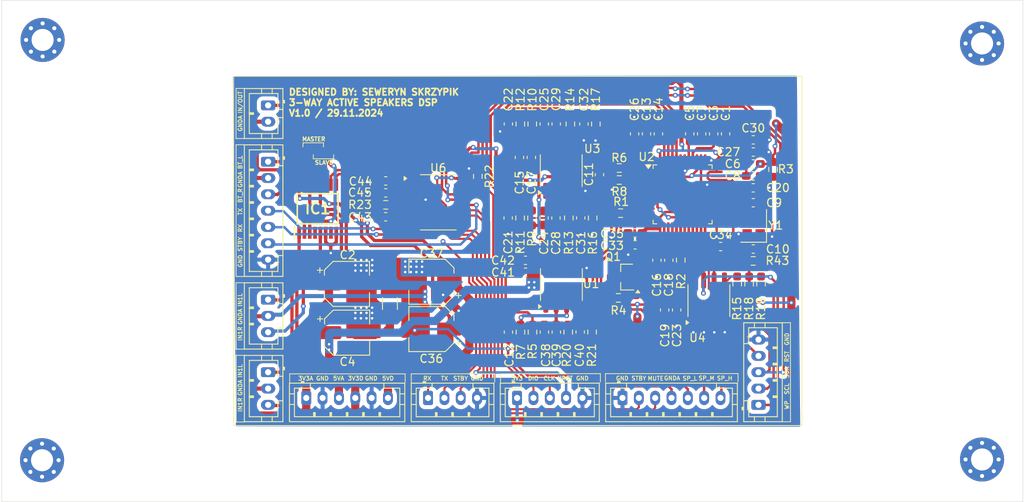
<source format=kicad_pcb>
(kicad_pcb (version 20240108) (generator "pcbnew") (generator_version "8.0")
  (layers (0 "F.Cu" signal) (31 "B.Cu" signal) (34 "B.Paste" user) (35 "F.Paste" user) (36 "B.SilkS" user "B.Silkscreen") (37 "F.SilkS" user "F.Silkscreen") (38 "B.Mask" user) (39 "F.Mask" user) (44 "Edge.Cuts" user))
  (net 0 "")
  (net 1 "+3.3V")
  (net 2 "GND")
  (net 3 "DSP_IN")
  (net 4 "I2C_SCL")
  (net 6 "UART_SLAVE_RX")
  (net 7 "I2C_SDA")
  (net 8 "UART_SLAVE_TX")
  (net 9 "/DSP & MCU/VDRIVE")
  (net 10 "+1V8")
  (net 11 "GNDA")
  (net 12 "/DSP & MCU/ADC_RES")
  (net 15 "/DSP & MCU/FILTER_DAC")
  (net 17 "/DSP & MCU/OSC_IN")
  (net 18 "+3.3VA")
  (net 19 "~{RESET}")
  (net 20 "/DSP & MCU/OSC_OUT")
  (net 22 "/DSP & MCU/ADC0")
  (net 23 "/DSP & MCU/DAC0_OUT")
  (net 26 "WP")
  (net 27 "/DSP & MCU/PLL_LOOP_FILTER")
  (net 29 "/DSP & MCU/DAC1_OUT")
  (net 30 "Net-(U2-ADDR1{slash}CDATA{slash}WB)")
  (net 32 "/DSP & MCU/FILTER_CM")
  (net 35 "/DSP & MCU/FILTER_ADC")
  (net 36 "Net-(U3A-+)")
  (net 37 "Net-(U3B--)")
  (net 38 "Net-(U3A--)")
  (net 39 "Net-(U3B-+)")
  (net 40 "+5VA")
  (net 41 "Net-(C10-Pad2)")
  (net 42 "+5V")
  (net 43 "Net-(C8-Pad2)")
  (net 44 "Net-(C11-Pad2)")
  (net 46 "Net-(C24-Pad1)")
  (net 47 "Net-(C25-Pad1)")
  (net 48 "Net-(C28-Pad2)")
  (net 49 "Net-(C29-Pad2)")
  (net 50 "AMP_MUTE")
  (net 51 "AMP_STBY")
  (net 52 "AMP_LOW")
  (net 53 "AMP_HIGH")
  (net 54 "AMP_MID")
  (net 58 "Net-(U1A-+)")
  (net 59 "Net-(U1A--)")
  (net 60 "Net-(C38-Pad1)")
  (net 61 "Net-(C39-Pad2)")
  (net 62 "/DSP & MCU/DAC3_OUT")
  (net 68 "NRST")
  (net 69 "/MASTER EXTRA/SRC_0_R")
  (net 70 "/MASTER EXTRA/SRC_0_L")
  (net 71 "/MASTER EXTRA/SRC_1_L")
  (net 72 "/MASTER EXTRA/SRC_1_R")
  (net 73 "UART_CONTROL_RX")
  (net 74 "UART_CONTROL_TX")
  (net 75 "/MASTER EXTRA/SRC_2_R")
  (net 76 "/MASTER EXTRA/SRC_2_L")
  (net 77 "STBY")
  (net 78 "SWDIO")
  (net 79 "SWCLK")
  (net 81 "MUX_A")
  (net 82 "MUX_B")
  (net 86 "LINE_OUT")
  (net 87 "Net-(J1-Pin_1)")
  (footprint "Package_QFP:LQFP-48-1EP_7x7mm_P0.5mm_EP3.6x3.6mm_ThermalVias" (layer "F.Cu") (at 150.612842 108.190398)
    (property "Reference" "U2")
    (property "Value" "ADAU1701")
  )
  (footprint "Capacitor_SMD:C_0603_1608Metric_Pad1.08x0.95mm_HandSolder" (layer "F.Cu") (at 114.262842 110.935398 180)
    (property "Reference" "C43")
    (property "Value" "100n")
  )
  (footprint "Capacitor_SMD:C_0603_1608Metric_Pad1.08x0.95mm_HandSolder" (layer "F.Cu") (at 138.072842 125.060398 -90)
    (property "Reference" "C40")
    (property "Value" "3.3n")
  )
  (footprint "Capacitor_SMD:C_0603_1608Metric_Pad1.08x0.95mm_HandSolder" (layer "F.Cu") (at 129.257842 111.085398 -90)
    (property "Reference" "C21")
    (property "Value" "150p")
  )
  (footprint "Package_SO:SOIC-8-1EP_3.9x4.9mm_P1.27mm_EP2.29x3mm" (layer "F.Cu") (at 135.752842 105.280398 90)
    (property "Reference" "U3")
    (property "Value" "NE5532")
  )
  (footprint "MountingHole:MountingHole_2.7mm_Pad_Via" (layer "F.Cu") (at 72.201891 140.767109)
    (property "Reference" "H1" (hide yes))
    (property "Value" "MountingHole")
  )
  (footprint "Capacitor_SMD:C_0603_1608Metric_Pad1.08x0.95mm_HandSolder" (layer "F.Cu") (at 149.882842 122.350398 -90)
    (property "Reference" "C23")
    (property "Value" "1u")
  )
  (footprint "Capacitor_SMD:C_0603_1608Metric_Pad1.08x0.95mm_HandSolder" (layer "F.Cu") (at 159.262842 107.390398)
    (property "Reference" "C20")
    (property "Value" "100n")
  )
  (footprint "Connector_JST:JST_PH_B7B-PH-K_1x07_P2.00mm_Vertical" (layer "F.Cu") (at 143.252842 133.135398)
    (property "Reference" "J7" (hide yes))
    (property "Value" "7PH")
  )
  (footprint "MountingHole:MountingHole_2.7mm_Pad_Via" (layer "F.Cu") (at 187.27 140.674)
    (property "Reference" "H3" (hide yes))
    (property "Value" "MountingHole")
  )
  (footprint "Resistor_SMD:R_1206_3216Metric_Pad1.30x1.75mm_HandSolder" (layer "F.Cu") (at 114.782842 121.565398 90)
    (property "Reference" "JP1" (hide yes))
    (property "Value" "Jumper_2_Small_Bridged")
  )
  (footprint "Connector_JST:JST_PH_B6B-PH-K_1x06_P2.00mm_Vertical" (layer "F.Cu") (at 104.542842 133.135398)
    (property "Reference" "J5" (hide yes))
    (property "Value" "PH")
  )
  (footprint "Connector_JST:JST_PH_B7B-PH-K_1x07_P2.00mm_Vertical" (layer "F.Cu") (at 99.872842 104.185398 -90)
    (property "Reference" "J8" (hide yes))
    (property "Value" "PH")
  )
  (footprint "Capacitor_SMD:C_0603_1608Metric_Pad1.08x0.95mm_HandSolder" (layer "F.Cu") (at 146.192842 100.776648 90)
    (property "Reference" "C13")
    (property "Value" "100n")
  )
  (footprint "Resistor_SMD:R_0603_1608Metric_Pad0.98x0.95mm_HandSolder" (layer "F.Cu") (at 158.752842 119.167898 90)
    (property "Reference" "R18")
    (property "Value" "10k")
  )
  (footprint "mainboard_footprints:SOP65P640X110-16N" (layer "F.Cu") (at 105.942842 109.955398 90)
    (property "Reference" "IC1")
    (property "Value" "MAX4618CUE+" (hide yes))
  )
  (footprint "Package_TO_SOT_SMD:SOT-23_Handsoldering" (layer "F.Cu") (at 143.792842 118.322898 180)
    (property "Reference" "Q1")
    (property "Value" "ZXTP25040DFHTA")
  )
  (footprint "Capacitor_SMD:C_0603_1608Metric_Pad1.08x0.95mm_HandSolder" (layer "F.Cu") (at 151.485342 100.775398 90)
    (property "Reference" "C5")
    (property "Value" "100n")
  )
  (footprint "Jumper:SolderJumper-3_P1.3mm_Open_RoundedPad1.0x1.5mm" (layer "F.Cu") (at 106.022842 102.845398)
    (property "Reference" "JP2" (hide yes))
    (property "Value" "SolderJMP")
  )
  (footprint "Capacitor_SMD:C_0603_1608Metric_Pad1.08x0.95mm_HandSolder" (layer "F.Cu") (at 133.677842 99.565398 -90)
    (property "Reference" "C25")
    (property "Value" "470p")
  )
  (footprint "MountingHole:MountingHole_2.7mm_Pad_Via" (layer "F.Cu") (at 187.27 89.699)
    (property "Reference" "H2" (hide yes))
    (property "Value" "MountingHole")
  )
  (footprint "Capacitor_SMD:C_0603_1608Metric_Pad1.08x0.95mm_HandSolder" (layer "F.Cu") (at 129.287842 99.565398 -90)
    (property "Reference" "C22")
    (property "Value" "150p")
  )
  (footprint "Capacitor_SMD:C_0603_1608Metric_Pad1.08x0.95mm_HandSolder" (layer "F.Cu") (at 144.732842 100.776648 90)
    (property "Reference" "C26")
    (property "Value" "100n")
  )
  (footprint "Connector_JST:JST_PH_B4B-PH-K_1x04_P2.00mm_Vertical" (layer "F.Cu") (at 119.452842 133.135398)
    (property "Reference" "J6" (hide yes))
    (property "Value" "Conn_01x04_Pin")
  )
  (footprint "Capacitor_SMD:C_0603_1608Metric_Pad1.08x0.95mm_HandSolder" (layer "F.Cu") (at 152.945342 100.777898 90)
    (property "Reference" "C7")
    (property "Value" "10u")
  )
  (footprint "Capacitor_SMD:C_0603_1608Metric_Pad1.08x0.95mm_HandSolder" (layer "F.Cu") (at 159.262842 104.460398)
    (property "Reference" "C6")
    (property "Value" "3.3n")
  )
  (footprint "Resistor_SMD:R_0603_1608Metric_Pad0.98x0.95mm_HandSolder" (layer "F.Cu") (at 132.232842 125.070398 -90)
    (property "Reference" "R5")
    (property "Value" "4.75k")
  )
  (footprint "Capacitor_SMD:C_0603_1608Metric_Pad1.08x0.95mm_HandSolder" (layer "F.Cu") (at 159.260342 114.885398)
    (property "Reference" "C10")
    (property "Value" "12p")
  )
  (footprint "Package_SO:SOIC-8-1EP_3.9x4.9mm_P1.27mm_EP2.41x3.3mm_ThermalVias" (layer "F.Cu") (at 153.827842 121.205398 90)
    (property "Reference" "U4")
    (property "Value" "AT24CS01-SSHM")
  )
  (footprint "Capacitor_SMD:C_0603_1608Metric_Pad1.08x0.95mm_HandSolder" (layer "F.Cu") (at 159.262842 103.000398)
    (property "Reference" "C27")
    (property "Value" "100n")
  )
  (footprint "Capacitor_SMD:C_0603_1608Metric_Pad1.08x0.95mm_HandSolder" (layer "F.Cu") (at 159.260342 109.215398 180)
    (property "Reference" "C9")
    (property "Value" "12p")
  )
  (footprint "Capacitor_SMD:C_0603_1608Metric_Pad1.08x0.95mm_HandSolder" (layer "F.Cu") (at 147.652842 100.776648 90)
    (property "Reference" "C14")
    (property "Value" "10u")
  )
  (footprint "Capacitor_SMD:C_0603_1608Metric_Pad1.08x0.95mm_HandSolder" (layer "F.Cu") (at 159.262842 101.510398)
    (property "Reference" "C30")
    (property "Value" "10u")
  )
  (footprint "Capacitor_SMD:C_0603_1608Metric_Pad1.08x0.95mm_HandSolder" (layer "F.Cu") (at 129.292842 125.070398 -90)
    (property "Reference" "C12")
    (property "Value" "150p")
  )
  (footprint "Connector_JST:JST_PH_B3B-PH-K_1x03_P2.00mm_Vertical" (layer "F.Cu") (at 99.872842 129.985398 -90)
    (property "Reference" "J4" (hide yes))
    (property "Value" "3PH")
  )
  (footprint "Capacitor_SMD:CP_Elec_5x5.3" (layer "F.Cu") (at 109.522842 119.165398)
    (property "Reference" "C2")
    (property "Value" "100u")
  )
  (footprint "Package_SO:TSSOP-20_4.4x6.5mm_P0.65mm" (layer "F.Cu") (at 120.702842 109.165398)
    (property "Reference" "U6")
    (property "Value" "STM32G030F6Px")
  )
  (footprint "Package_SO:SOIC-8-1EP_3.9x4.9mm_P1.27mm_EP2.29x3mm" (layer "F.Cu") (at 135.772842 119.240398 90)
    (property "Reference" "U1")
    (property "Value" "NE5532")
  )
  (footprint "Resistor_SMD:R_0603_1608Metric_Pad0.98x0.95mm_HandSolder" (layer "F.Cu") (at 136.872842 99.560398 90)
    (property "Reference" "R14")
    (property "Value" "604R")
  )
  (footprint "Resistor_SMD:R_0603_1608Metric_Pad0.98x0.95mm_HandSolder" (layer "F.Cu") (at 130.717842 111.085398 90)
    (property "Reference" "R11")
    (property "Value" "4.75k")
  )
  (footprint "Resistor_SMD:R_0603_1608Metric_Pad0.98x0.95mm_HandSolder" (layer "F.Cu") (at 130.762842 125.070398 90)
    (property "Reference" "R7")
    (property "Value" "4.75k")
  )
  (footprint "Capacitor_SMD:CP_Elec_5x5.3" (layer "F.Cu") (at 119.862842 124.695398 180)
    (property "Reference" "C36")
    (property "Value" "100u")
  )
  (footprint "Connector_JST:JST_PH_B3B-PH-K_1x03_P2.00mm_Vertical" (layer "F.Cu") (at 99.872842 121.085398 -90)
    (property "Reference" "J2" (hide yes))
    (property "Value" "3PH")
  )
  (footprint "Capacitor_SMD:C_0603_1608Metric_Pad1.08x0.95mm_HandSolder" (layer "F.Cu") (at 140.432842 105.777898 90)
    (property "Reference" "C11")
    (property "Value" "47u")
  )
  (footprint "Resistor_SMD:R_0603_1608Metric_Pad0.98x0.95mm_HandSolder" (layer "F.Cu") (at 142.860342 104.960398)
    (property "Reference" "R6")
    (property "Value" "18k")
  )
  (footprint "Capacitor_SMD:C_0603_1608Metric_Pad1.08x0.95mm_HandSolder" (layer "F.Cu") (at 131.372842 116.270398 180)
    (property "Reference" "C42")
    (property "Value" "10u")
  )
  (footprint "Capacitor_SMD:C_0603_1608Metric_Pad1.08x0.95mm_HandSolder" (layer "F.Cu") (at 130.637842 103.665398 -90)
    (property "Reference" "C15")
    (property "Value" "100n")
  )
  (footprint "Resistor_SMD:R_0603_1608Metric_Pad0.98x0.95mm_HandSolder" (layer "F.Cu") (at 139.532842 125.060398 90)
    (property "Reference" "R21")
    (property "Value" "49.9k")
  )
  (footprint "Resistor_SMD:R_0603_1608Metric_Pad0.98x0.95mm_HandSolder" (layer "F.Cu") (at 136.612842 125.070398 90)
    (property "Reference" "R20")
    (property "Value" "604R")
  )
  (footprint "Capacitor_SMD:C_0603_1608Metric_Pad1.08x0.95mm_HandSolder" (layer "F.Cu") (at 135.152842 125.070398 -90)
    (property "Reference" "C39")
    (property "Value" "47u")
  )
  (footprint "Resistor_SMD:R_0603_1608Metric_Pad0.98x0.95mm_HandSolder" (layer "F.Cu") (at 130.747842 99.562898 -90)
    (property "Reference" "R12")
    (property "Value" "4.75k")
  )
  (footprint "Resistor_SMD:R_0603_1608Metric_Pad0.98x0.95mm_HandSolder" (layer "F.Cu") (at 132.177842 111.085398 -90)
    (property "Reference" "R9")
    (property "Value" "4.75k")
  )
  (footprint "Connector_JST:JST_PH_B5B-PH-K_1x05_P2.00mm_Vertical" (layer "F.Cu") (at 159.902842 133.985398 90)
    (property "Reference" "J3" (hide yes))
    (property "Value" "PH")
  )
  (footprint "Capacitor_SMD:C_0603_1608Metric_Pad1.08x0.95mm_HandSolder" (layer "F.Cu") (at 155.875342 100.777898 90)
    (property "Reference" "C1")
    (property "Value" "100n")
  )
  (footprint "Resistor_SMD:R_0603_1608Metric_Pad0.98x0.95mm_HandSolder" (layer "F.Cu") (at 150.382842 116.247898 -90)
    (property "Reference" "R2")
    (property "Value" "10k")
  )
  (footprint "Resistor_SMD:R_0603_1608Metric_Pad0.98x0.95mm_HandSolder" (layer "F.Cu") (at 125.545342 105.985398 -90)
    (property "Reference" "R22")
    (property "Value" "10k")
  )
  (footprint "Capacitor_SMD:C_0603_1608Metric_Pad1.08x0.95mm_HandSolder" (layer "F.Cu") (at 135.107842 111.085398 -90)
    (property "Reference" "C28")
    (property "Value" "47u")
  )
  (footprint "Capacitor_SMD:C_0603_1608Metric_Pad1.08x0.95mm_HandSolder" (layer "F.Cu") (at 133.692842 125.070398 90)
    (property "Reference" "C38")
    (property "Value" "470p")
  )
  (footprint "Resistor_SMD:R_0603_1608Metric_Pad0.98x0.95mm_HandSolder" (layer "F.Cu") (at 143.022842 110.495398 180)
    (property "Reference" "R1")
    (property "Value" "10k")
  )
  (footprint "Resistor_SMD:R_0603_1608Metric_Pad0.98x0.95mm_HandSolder" (layer "F.Cu") (at 142.742842 120.872898)
    (property "Reference" "R4")
    (property "Value" "1k")
  )
  (footprint "Resistor_SMD:R_0603_1608Metric_Pad0.98x0.95mm_HandSolder" (layer "F.Cu") (at 114.270342 109.475398)
    (property "Reference" "R23")
    (property "Value" "10k")
  )
  (footprint "Capacitor_SMD:CP_Elec_5x5.3" (layer "F.Cu") (at 119.862842 118.895398 180)
    (property "Reference" "C37")
    (property "Value" "100u")
  )
  (footprint "Resistor_SMD:R_0603_1608Metric_Pad0.98x0.95mm_HandSolder" (layer "F.Cu") (at 157.292842 119.165398 90)
    (property "Reference" "R15")
    (property "Value" "10k")
  )
  (footprint "Capacitor_SMD:C_0603_1608Metric_Pad1.08x0.95mm_HandSolder" (layer "F.Cu") (at 144.795342 114.375398 180)
    (property "Reference" "C33")
    (property "Value" "100n")
  )
  (footprint "Resistor_SMD:R_0603_1608Metric_Pad0.98x0.95mm_HandSolder" (layer "F.Cu") (at 132.207842 99.565398 90)
    (property "Reference" "R10")
    (property "Value" "4.75k")
  )
  (footprint "Crystal:Crystal_SMD_SeikoEpson_TSX3225-4Pin_3.2x2.5mm" (layer "F.Cu") (at 159.310342 112.055398 90)
    (property "Reference" "Y1")
    (property "Value" "3225-12.288M-SR")
  )
  (footprint "Capacitor_SMD:C_0603_1608Metric_Pad1.08x0.95mm_HandSolder" (layer "F.Cu") (at 114.270342 106.545398 180)
    (property "Reference" "C44")
    (property "Value" "10u")
  )
  (footprint "Capacitor_SMD:C_0603_1608Metric_Pad1.08x0.95mm_HandSolder" (layer "F.Cu") (at 155.270342 114.580398)
    (property "Reference" "C34")
    (property "Value" "100n")
  )
  (footprint "Resistor_SMD:R_0603_1608Metric_Pad0.98x0.95mm_HandSolder" (layer "F.Cu") (at 139.602842 111.082898 -90)
    (property "Reference" "R16")
    (property "Value" "49.9k")
  )
  (footprint "Connector_JST:JST_PH_B5B-PH-K_1x05_P2.00mm_Vertical" (layer "F.Cu") (at 130.352842 133.135398)
    (property "Reference" "J9" (hide yes))
    (property "Value" "PH")
  )
  (footprint "Capacitor_SMD:C_0603_1608Metric_Pad1.08x0.95mm_HandSolder" (layer "F.Cu") (at 144.795342 112.915398 180)
    (property "Reference" "C35")
    (property "Value" "10u")
  )
  (footprint "Capacitor_SMD:C_0603_1608Metric_Pad1.08x0.95mm_HandSolder" (layer "F.Cu") (at 131.385342 117.730398 180)
    (property "Reference" "C41")
    (property "Value" "100n")
  )
  (footprint "Capacitor_SMD:C_0603_1608Metric_Pad1.08x0.95mm_HandSolder" (layer "F.Cu") (at 114.270342 108.005398 180)
    (property "Reference" "C45")
    (property "Value" "100n")
  )
  (footprint "Capacitor_SMD:CP_Elec_5x5.3" (layer "F.Cu") (at 109.542842 125.135398)
    (property "Reference" "C4")
    (property "Value" "100u")
  )
  (footprint "Resistor_SMD:R_0603_1608Metric_Pad0.98x0.95mm_HandSolder" (layer "F.Cu") (at 159.257842 116.345398 180)
    (property "Reference" "R43")
    (property "Value" "100R")
  )
  (footprint "Capacitor_SMD:C_0603_1608Metric_Pad1.08x0.95mm_HandSolder" (layer "F.Cu") (at 135.137842 99.565398 90)
    (property "Reference" "C29")
    (property "Value" "47u")
  )
  (footprint "Capacitor_SMD:C_0603_1608Metric_Pad1.08x0.95mm_HandSolder" (layer "F.Cu") (at 138.532842 99.562898 -90)
    (property "Reference" "C32")
    (property "Value" "3.3n")
  )
  (footprint "Capacitor_SMD:C_0603_1608Metric_Pad1.08x0.95mm_HandSolder" (layer "F.Cu") (at 138.142842 111.082898 -90)
    (property "Reference" "C31")
    (property "Value" "3.3n")
  )
  (footprint "Resistor_SMD:R_0603_1608Metric_Pad0.98x0.95mm_HandSolder" (layer "F.Cu") (at 139.992842 99.562898 -90)
    (property "Reference" "R17")
    (property "Value" "49.9k")
  )
  (footprint "Resistor_SMD:R_0603_1608Metric_Pad0.98x0.95mm_HandSolder" (layer "F.Cu") (at 160.212842 119.167898 90)
    (property "Reference" "R19")
    (property "Value" "10k")
  )
  (footprint "Capacitor_SMD:C_0603_1608Metric_Pad1.08x0.95mm_HandSolder" (layer "F.Cu") (at 148.412842 122.350398 -90)
    (property "Reference" "C19")
    (property "Value" "100n")
  )
  (footprint "Capacitor_SMD:C_0603_1608Metric_Pad1.08x0.95mm_HandSolder" (layer "F.Cu") (at 159.262842 105.930398)
    (property "Reference" "C8")
    (property "Value" "56n")
  )
  (footprint "Capacitor_SMD:C_0603_1608Metric_Pad1.08x0.95mm_HandSolder" (layer "F.Cu") (at 154.415342 100.777898 90)
    (property "Reference" "C3")
    (property "Value" "47u")
  )
  (footprint "Capacitor_SMD:C_0603_1608Metric_Pad1.08x0.95mm_HandSolder" (layer "F.Cu") (at 148.922842 116.262898 -90)
    (property "Reference" "C18")
    (property "Value" "10u")
  )
  (footprint "Resistor_SMD:R_0603_1608Metric_Pad0.98x0.95mm_HandSolder" (layer "F.Cu") (at 142.860342 106.430398)
    (property "Reference" "R8")
    (property "Value" "18k")
  )
  (footprint "Resistor_SMD:R_0603_1608Metric_Pad0.98x0.95mm_HandSolder" (layer "F.Cu") (at 161.682842 105.130398 90)
    (property "Reference" "R3")
    (property "Value" "475R")
  )
  (footprint "Connector_JST:JST_PH_B2B-PH-K_1x02_P2.00mm_Vertical" (layer "F.Cu") (at 99.872842 97.285398 -90)
    (property "Reference" "J1" (hide yes))
    (property "Value" "PH")
  )
  (footprint "MountingHole:MountingHole_2.7mm_Pad_Via" (layer "F.Cu") (at 72.27 89.267109)
    (property "Reference" "H4" (hide yes))
    (property "Value" "MountingHole")
  )
  (footprint "Capacitor_SMD:C_0603_1608Metric_Pad1.08x0.95mm_HandSolder" (layer "F.Cu") (at 147.462842 116.262898 -90)
    (property "Reference" "C16")
    (property "Value" "100n")
  )
  (footprint "Resistor_SMD:R_0603_1608Metric_Pad0.98x0.95mm_HandSolder" (layer "F.Cu") (at 136.682842 111.082898 90)
    (property "Reference" "R13")
    (property "Value" "604R")
  )
  (footprint "Capacitor_SMD:C_0603_1608Metric_Pad1.08x0.95mm_HandSolder" (layer "F.Cu") (at 133.647842 111.085398 90)
    (property "Reference" "C24")
    (property "Value" "470p")
  )
  (footprint "Capacitor_SMD:C_0603_1608Metric_Pad1.08x0.95mm_HandSolder" (layer "F.Cu") (at 132.097842 103.665398 -90)
    (property "Reference" "C17")
    (property "Value" "10u")
  )
  (gr_line (start 102.512842 130.185398) (end 116.652842 130.185398) (stroke (width 0.1)) (layer "F.SilkS"))
  (gr_line (start 141.162842 130.165398) (end 141.162842 131.175398) (stroke (width 0.1)) (layer "F.SilkS"))
  (gr_line (start 128.322842 130.180398) (end 140.542842 130.160398) (stroke (width 0.1)) (layer "F.SilkS"))
  (gr_line (start 96.962842 101.345398) (end 95.952842 101.345398) (stroke (width 0.1)) (layer "F.SilkS"))
  (gr_line (start 95.947842 95.215398) (end 95.952842 101.345398) (stroke (width 0.1)) (layer "F.SilkS"))
  (gr_rect (start 95.65 93.724) (end 165.21 136.524) (stroke (width 0.1)) (fill none) (layer "F.SilkS"))
  (gr_line (start 127.612842 131.195398) (end 127.612842 130.185398) (stroke (width 0.1)) (layer "F.SilkS"))
  (gr_line (start 95.952842 127.155398) (end 96.962842 127.155398) (stroke (width 0.1)) (layer "F.SilkS"))
  (gr_line (start 163.817842 136.045398) (end 163.807842 123.915398) (stroke (width 0.1)) (layer "F.SilkS"))
  (gr_line (start 96.962842 102.105398) (end 95.952842 102.105398) (stroke (width 0.1)) (layer "F.SilkS"))
  (gr_line (start 95.952842 127.915398) (end 95.952842 136.075398) (stroke (width 0.1)) (layer "F.SilkS"))
  (gr_line (start 95.952842 127.915398) (end 96.962842 127.915398) (stroke (width 0.1)) (layer "F.SilkS"))
  (gr_line (start 162.807842 136.055398) (end 163.817842 136.055398) (stroke (width 0.1)) (layer "F.SilkS"))
  (gr_line (start 117.392842 130.190398) (end 117.392842 131.200398) (stroke (width 0.1)) (layer "F.SilkS"))
  (gr_line (start 141.162842 130.160398) (end 157.392842 130.150398) (stroke (width 0.1)) (layer "F.SilkS"))
  (gr_line (start 102.512842 130.190398) (end 102.512842 131.200398) (stroke (width 0.1)) (layer "F.SilkS"))
  (gr_line (start 128.322842 130.185398) (end 128.322842 131.195398) (stroke (width 0.1)) (layer "F.SilkS"))
  (gr_line (start 140.542842 131.175398) (end 140.542842 130.165398) (stroke (width 0.1)) (layer "F.SilkS"))
  (gr_line (start 95.952842 119.025398) (end 95.952842 127.155398) (stroke (width 0.1)) (layer "F.SilkS"))
  (gr_line (start 163.807842 123.915398) (end 162.797842 123.915398) (stroke (width 0.1)) (layer "F.SilkS"))
  (gr_line (start 116.652842 131.200398) (end 116.652842 130.190398) (stroke (width 0.1)) (layer "F.SilkS"))
  (gr_line (start 96.957842 95.215398) (end 95.947842 95.215398) (stroke (width 0.1)) (layer "F.SilkS"))
  (gr_line (start 95.957842 118.255398) (end 96.967842 118.255398) (stroke (width 0.1)) (layer "F.SilkS"))
  (gr_line (start 117.392842 130.185398) (end 127.612842 130.180398) (stroke (width 0.1)) (layer "F.SilkS"))
  (gr_line (start 95.952842 119.025398) (end 96.962842 119.025398) (stroke (width 0.1)) (layer "F.SilkS"))
  (gr_line (start 157.392842 131.165398) (end 157.392842 130.155398) (stroke (width 0.1)) (layer "F.SilkS"))
  (gr_line (start 95.952842 136.075398) (end 96.962842 136.075398) (stroke (width 0.1)) (layer "F.SilkS"))
  (gr_line (start 95.952842 102.105398) (end 95.957842 118.245398) (stroke (width 0.1)) (layer "F.SilkS"))
  (gr_rect (start 67.27 84.399) (end 192.27 145.849) (stroke (width 0.05)) (fill none) (layer "Edge.Cuts"))
  (gr_text "GND\n" (at 96.757842 117.195398 90) (layer "F.SilkS") (effects (font (size 0.5 0.5) (thickness 0.1)) (justify left bottom)))
  (gr_text "DIO" (at 131.632842 131.025398 0) (layer "F.SilkS") (effects (font (size 0.5 0.5) (thickness 0.1)) (justify left bottom)))
  (gr_text "GND\n" (at 111.662842 131.035398 0) (layer "F.SilkS") (effects (font (size 0.5 0.5) (thickness 0.1)) (justify left bottom)))
  (gr_text "GNDA" (at 96.747842 124.225398 90) (layer "F.SilkS") (effects (font (size 0.5 0.5) (thickness 0.1)) (justify left bottom)))
  (gr_text "IN/OUT" (at 96.757842 98.325398 90) (layer "F.SilkS") (effects (font (size 0.5 0.5) (thickness 0.1)) (justify left bottom)))
  (gr_text "STBY" (at 122.472842 131.035398 0) (layer "F.SilkS") (effects (font (size 0.5 0.5) (thickness 0.1)) (justify left bottom)))
  (gr_text "IN1R" (at 96.747842 134.905398 90) (layer "F.SilkS") (effects (font (size 0.5 0.5) (thickness 0.1)) (justify left bottom)))
  (gr_text "BT_L" (at 96.757842 105.155398 90) (layer "F.SilkS") (effects (font (size 0.5 0.5) (thickness 0.1)) (justify left bottom)))
  (gr_text "TX" (at 96.757842 110.805398 90) (layer "F.SilkS") (effects (font (size 0.5 0.5) (thickness 0.1)) (justify left bottom)))
  (gr_text "GND\n" (at 142.392842 131.025398 0) (layer "F.SilkS") (effects (font (size 0.5 0.5) (thickness 0.1)) (justify left bottom)))
  (gr_text "GNDA" (at 148.282842 131.005398 0) (layer "F.SilkS") (effects (font (size 0.5 0.5) (thickness 0.1)) (justify left bottom)))
  (gr_text "GNDA" (at 96.747842 132.925398 90) (layer "F.SilkS") (effects (font (size 0.5 0.5) (thickness 0.1)) (justify left bottom)))
  (gr_text "5VA" (at 107.772842 131.025398 0) (layer "F.SilkS") (effects (font (size 0.5 0.5) (thickness 0.1)) (justify left bottom)))
  (gr_text "GND\n" (at 124.622842 131.035398 0) (layer "F.SilkS") (effects (font (size 0.5 0.5) (thickness 0.1)) (justify left bottom)))
  (gr_text "SP_H\n" (at 154.752842 131.015398 0) (layer "F.SilkS") (effects (font (size 0.5 0.5) (thickness 0.1)) (justify left bottom)))
  (gr_text "MUTE\n" (at 146.282842 131.035398 0) (layer "F.SilkS") (effects (font (size 0.5 0.5) (thickness 0.1)) (justify left bottom)))
  (gr_text "IN1R" (at 96.747842 126.205398 90) (layer "F.SilkS") (effects (font (size 0.5 0.5) (thickness 0.1)) (justify left bottom)))
  (gr_text "NRST" (at 135.222842 131.025398 0) (layer "F.SilkS") (effects (font (size 0.5 0.5) (thickness 0.1)) (justify left bottom)))
  (gr_text "GNDA" (at 96.757842 100.545398 90) (layer "F.SilkS") (effects (font (size 0.5 0.5) (thickness 0.1)) (justify left bottom)))
  (gr_text "3V3D" (at 109.582842 131.025398 0) (layer "F.SilkS") (effects (font (size 0.5 0.5) (thickness 0.1)) (justify left bottom)))
  (gr_text "STBY" (at 144.292842 131.025398 0) (layer "F.SilkS") (effects (font (size 0.5 0.5) (thickness 0.1)) (justify left bottom)))
  (gr_text "3V3A" (at 103.502842 131.035398 0) (layer "F.SilkS") (effects (font (size 0.5 0.5) (thickness 0.1)) (justify left bottom)))
  (gr_text "5VD\n" (at 113.782842 131.035398 0) (layer "F.SilkS") (effects (font (size 0.5 0.5) (thickness 0.1)) (justify left bottom)))
  (gr_text "IN1L" (at 96.747842 122.015398 90) (layer "F.SilkS") (effects (font (size 0.5 0.5) (thickness 0.1)) (justify left bottom)))
  (gr_text "IN1L" (at 96.747842 130.715398 90) (layer "F.SilkS") (effects (font (size 0.5 0.5) (thickness 0.1)) (justify left bottom)))
  (gr_text "DESIGNED BY: SEWERYN SKRZYPIK\n3-WAY ACTIVE SPEAKERS DSP\nV1.0 / 29.11.2024 " (at 102.312842 98.695398 0) (layer "F.SilkS") (effects (font (size 0.8 0.8) (thickness 0.2) (bold yes)) (justify left bottom)))
  (gr_text "SP_M\n" (at 152.502842 131.005398 0) (layer "F.SilkS") (effects (font (size 0.5 0.5) (thickness 0.1)) (justify left bottom)))
  (gr_text "SCL\n" (at 163.672842 132.775398 90) (layer "F.SilkS") (effects (font (size 0.5 0.5) (thickness 0.1)) (justify left bottom)))
  (gr_text "CLK\n" (at 133.522842 131.025398 0) (layer "F.SilkS") (effects (font (size 0.5 0.5) (thickness 0.1)) (justify left bottom)))
  (gr_text "TX" (at 120.972842 131.035398 0) (layer "F.SilkS") (effects (font (size 0.5 0.5) (thickness 0.1)) (justify left bottom)))
  (gr_text "RST" (at 163.672842 128.795398 90) (layer "F.SilkS") (effects (font (size 0.5 0.5) (thickness 0.1)) (justify left bottom)))
  (gr_text "3V3" (at 129.582842 131.035398 0) (layer "F.SilkS") (effects (font (size 0.5 0.5) (thickness 0.1)) (justify left bottom)))
  (gr_text "SDA" (at 163.672842 130.765398 90) (layer "F.SilkS") (effects (font (size 0.5 0.5) (thickness 0.1)) (justify left bottom)))
  (gr_text "RX" (at 118.802842 131.035398 0) (layer "F.SilkS") (effects (font (size 0.5 0.5) (thickness 0.1)) (justify left bottom)))
  (gr_text "GND\n" (at 137.512842 131.025398 0) (layer "F.SilkS") (effects (font (size 0.5 0.5) (thickness 0.1)) (justify left bottom)))
  (gr_text "BT_R\n" (at 96.757842 109.285398 90) (layer "F.SilkS") (effects (font (size 0.5 0.5) (thickness 0.1)) (justify left bottom)))
  (gr_text "WP" (at 163.672842 134.605398 90) (layer "F.SilkS") (effects (font (size 0.5 0.5) (thickness 0.1)) (justify left bottom)))
  (gr_text "STBY" (at 96.757842 115.245398 90) (layer "F.SilkS") (effects (font (size 0.5 0.5) (thickness 0.1)) (justify left bottom)))
  (gr_text "SP_L" (at 150.552842 131.035398 0) (layer "F.SilkS") (effects (font (size 0.5 0.5) (thickness 0.1)) (justify left bottom)))
  (gr_text "GND\n" (at 105.692842 131.035398 0) (layer "F.SilkS") (effects (font (size 0.5 0.5) (thickness 0.1)) (justify left bottom)))
  (gr_text "GNDA" (at 96.757842 107.425398 90) (layer "F.SilkS") (effects (font (size 0.5 0.5) (thickness 0.1)) (justify left bottom)))
  (gr_text "RX" (at 96.757842 112.885398 90) (layer "F.SilkS") (effects (font (size 0.5 0.5) (thickness 0.1)) (justify left bottom)))
  (gr_text "GND\n" (at 163.672842 126.755398 90) (layer "F.SilkS") (effects (font (size 0.5 0.5) (thickness 0.1)) (justify left bottom)))
  (segment (start 148.922842 115.700398) (end 150.382842 117.160398) (width 0.3) (layer "F.Cu") (net 1))
  (segment (start 117.752717 114.455323) (end 120.012842 116.715448) (width 0.4) (layer "F.Cu") (net 1))
  (segment (start 148.202842 121.697898) (end 148.412842 121.487898) (width 0.3) (layer "F.Cu") (net 1))
  (segment (start 145.072842 123.884587) (end 145.072842 123.145398) (width 1) (layer "F.Cu") (net 1))
  (segment (start 150.362842 113.400625) (end 150.362842 112.352898) (width 0.3) (layer "F.Cu") (net 1))
  (segment (start 117.447842 108.190398) (end 115.570342 108.190398) (width 0.3) (layer "F.Cu") (net 1))
  (segment (start 149.232842 113.985398) (end 149.778069 113.985398) (width 0.3) (layer "F.Cu") (net 1))
  (segment (start 147.290962 107.940398) (end 146.450342 107.940398) (width 0.3) (layer "F.Cu") (net 1))
  (segment (start 148.317842 106.040398) (end 147.537842 106.820398) (width 0.3) (layer "F.Cu") (net 1))
  (segment (start 147.537842 107.305398) (end 147.537842 109.750398) (width 0.3) (layer "F.Cu") (net 1))
  (segment (start 161.692842 104.207898) (end 161.692842 103.384637) (width 0.3) (layer "F.Cu") (net 1))
  (segment (start 156.352842 127.265398) (end 148.453653 127.265398) (width 1) (layer "F.Cu") (net 1))
  (segment (start 161.440342 104.460398) (end 161.682842 104.217898) (width 0.3) (layer "F.Cu") (net 1))
  (segment (start 110.542842 134.665398) (end 111.772842 135.895398) (width 1) (layer "F.Cu") (net 1))
  (segment (start 141.830342 121.552898) (end 141.830342 120.872898) (width 0.3) (layer "F.Cu") (net 1))
  (segment (start 110.542842 130.175398) (end 113.782842 126.935398) (width 1) (layer "F.Cu") (net 1))
  (segment (start 163.922842 101.375398) (end 163.922842 121.465398) (width 1) (layer "F.Cu") (net 1))
  (segment (start 148.922842 115.400398) (end 148.922842 115.700398) (width 0.3) (layer "F.Cu") (net 1))
  (segment (start 160.210342 120.077898) (end 160.212842 120.080398) (width 0.3) (layer "F.Cu") (net 1))
  (segment (start 163.922842 132.705398) (end 163.922842 121.465398) (width 1) (layer "F.Cu") (net 1))
  (segment (start 113.357842 109.475398) (end 112.432892 109.475398) (width 0.4) (layer "F.Cu") (net 1))
  (segment (start 120.012842 121.095398) (end 122.062842 123.145398) (width 0.4) (layer "F.Cu") (net 1))
  (segment (start 111.312842 113.37737) (end 112.390795 114.455323) (width 0.4) (layer "F.Cu") (net 1))
  (segment (start 158.752842 121.095398) (end 159.112842 121.455398) (width 0.3) (layer "F.Cu") (net 1))
  (segment (start 122.062842 126.485398) (end 122.062842 124.695398) (width 1) (layer "F.Cu") (net 1))
  (segment (start 148.922842 114.295398) (end 149.232842 113.985398) (width 0.3) (layer "F.Cu") (net 1))
  (segment (start 161.922842 103.154637) (end 161.922842 102.285398) (width 0.3) (layer "F.Cu") (net 1))
  (segment (start 121.612842 126.935398) (end 122.062842 126.485398) (width 1) (layer "F.Cu") (net 1))
  (segment (start 147.462842 115.400398) (end 148.922842 115.400398) (width 0.3) (layer "F.Cu") (net 1))
  (segment (start 115.060342 107.680398) (end 115.060342 106.890398) (width 0.3) (layer "F.Cu") (net 1))
  (segment (start 110.542842 133.135398) (end 110.542842 134.665398) (width 1) (layer "F.Cu") (net 1))
  (segment (start 150.117842 118.730398) (end 149.882842 118.965398) (width 0.4) (layer "F.Cu") (net 1))
  (segment (start 161.682842 104.217898) (end 161.692842 104.207898) (width 0.3) (layer "F.Cu") (net 1))
  (segment (start 145.074957 121.645398) (end 145.004957 121.715398) (width 0.3) (layer "F.Cu") (net 1))
  (segment (start 160.732842 135.895398) (end 163.922842 132.705398) (width 1) (layer "F.Cu") (net 1))
  (segment (start 150.382842 118.600398) (end 150.382842 117.160398) (width 0.4) (layer "F.Cu") (net 1))
  (segment (start 150.512842 118.730398) (end 150.117842 118.730398) (width 0.4) (layer "F.Cu") (net 1))
  (segment (start 141.992842 121.715398) (end 141.830342 121.552898) (width 0.3) (layer "F.Cu") (net 1))
  (segment (start 113.357842 109.475398) (end 113.662842 109.475398) (width 0.5) (layer "F.Cu") (net 1))
  (segment (start 122.062842 123.145398) (end 122.062842 124.695398) (width 0.4) (layer "F.Cu") (net 1))
  (segment (start 145.074957 121.645398) (end 145.127457 121.697898) (width 0.3) (layer "F.Cu") (net 1))
  (segment (start 160.125342 104.460398) (end 161.440342 104.460398) (width 0.3) (layer "F.Cu") (net 1))
  (segment (start 147.537842 109.750398) (end 147.853222 110.065778) (width 0.3) (layer "F.Cu") (net 1))
  (segment (start 159.112842 121.455398) (end 160.432842 121.455398) (width 0.3) (layer "F.Cu") (net 1))
  (segment (start 145.004957 121.715398) (end 141.992842 121.715398) (width 0.3) (layer "F.Cu") (net 1))
  (segment (start 112.390795 114.455323) (end 117.752717 114.455323) (width 0.4) (layer "F.Cu") (net 1))
  (segment (start 162.042842 99.495398) (end 163.922842 101.375398) (width 1) (layer "F.Cu") (net 1))
  (segment (start 120.012842 116.715448) (end 120.012842 121.095398) (width 0.4) (layer "F.Cu") (net 1))
  (segment (start 151.567842 106.040398) (end 148.317842 106.040398) (width 0.3) (layer "F.Cu") (net 1))
  (segment (start 145.127457 121.697898) (end 148.202842 121.697898) (width 0.3) (layer "F.Cu") (net 1))
  (segment (start 148.453653 127.265398) (end 145.072842 123.884587) (width 1) (layer "F.Cu") (net 1))
  (segment (start 157.272842 135.895398) (end 157.272842 128.185398) (width 1) (layer "F.Cu") (net 1))
  (segment (start 147.537842 107.305398) (end 147.537842 107.693518) (width 0.3) (layer "F.Cu") (net 1))
  (segment (start 148.412842 121.487898) (end 149.882842 121.487898) (width 0.3) (layer "F.Cu") (net 1))
  (segment (start 149.849782 110.999218) (end 150.362842 111.512278) (width 0.3) (layer "F.Cu") (net 1))
  (segment (start 151.922842 118.730398) (end 150.512842 118.730398) (width 0.4) (layer "F.Cu") (net 1))
  (segment (start 152.362842 104.027898) (end 152.362842 105.245398) (width 0.3) (layer "F.Cu") (net 1))
  (segment (start 150.512842 118.730398) (end 150.382842 118.600398) (width 0.4) (layer "F.Cu") (net 1))
  (segment (start 111.772842 135.895398) (end 155.492842 135.895398) (width 1) (layer "F.Cu") (net 1))
  (segment (start 148.915342 115.407898) (end 148.422842 115.407898) (width 0.3) (layer "F.Cu") (net 1))
  (segment (start 113.782842 126.935398) (end 121.612842 126.935398) (width 1) (layer "F.Cu") (net 1))
  (segment (start 111.312842 110.595448) (end 111.312842 113.37737) (width 0.4) (layer "F.Cu") (net 1))
  (segment (start 110.542842 132.825398) (end 110.542842 130.175398) (width 1) (layer "F.Cu") (net 1))
  (segment (start 149.882842 118.965398) (end 149.882842 121.487898) (width 0.4) (layer "F.Cu") (net 1))
  (segment (start 155.492842 135.895398) (end 160.732842 135.895398) (width 1) (layer "F.Cu") (net 1))
  (segment (start 148.882842 110.999218) (end 149.849782 110.999218) (width 0.3) (layer "F.Cu") (net 1))
  (segment (start 157.272842 128.185398) (end 156.352842 127.265398) (width 1) (layer "F.Cu") (net 1))
  (segment (start 142.582842 118.595398) (end 142.852842 118.325398) (width 0.3) (layer "F.Cu") (net 1))
  (segment (start 147.537842 106.820398) (end 147.537842 107.305398) (width 0.3) (layer "F.Cu") (net 1))
  (segment (start 161.692842 103.384637) (end 161.922842 103.154637) (width 0.3) (layer "F.Cu") (net 1))
  (segment (start 149.778069 113.985398) (end 150.362842 113.400625) (width 0.3) (layer "F.Cu") (net 1))
  (segment (start 142.022842 120.680398) (end 142.022842 118.592898) (width 0.3) (layer "F.Cu") (net 1))
  (segment (start 152.362842 105.245398) (end 151.567842 106.040398) (width 0.3) (layer "F.Cu") (net 1))
  (segment (start 148.922842 115.400398) (end 148.922842 114.295398) (width 0.3) (layer "F.Cu") (net 1))
  (segment (start 157.292842 120.077898) (end 160.210342 120.077898) (width 0.3) (layer "F.Cu") (net 1))
  (segment (start 113.662842 109.475398) (end 115.132842 108.005398) (width 0.5) (layer "F.Cu") (net 1))
  (segment (start 150.362842 111.512278) (end 150.362842 112.352898) (width 0.3) (layer "F.Cu") (net 1))
  (segment (start 112.432892 109.475398) (end 111.312842 110.595448) (width 0.4) (layer "F.Cu") (net 1))
  (segment (start 147.537842 107.693518) (end 147.290962 107.940398) (width 0.3) (layer "F.Cu") (net 1))
  (segment (start 158.752842 120.080398) (end 158.752842 121.095398) (width 0.3) (layer "F.Cu") (net 1))
  (via (at 160.125342 104.460398) (size 0.6) (drill 0.3) (layers "F.Cu" "B.Cu") (net 1))
  (via (at 163.922842 121.465398) (size 0.6) (drill 0.3) (layers "F.Cu" "B.Cu") (net 1))
  (via (at 148.882842 110.999218) (size 0.6) (drill 0.3) (layers "F.Cu" "B.Cu") (net 1))
  (via (at 130.382842 135.895398) (size 0.6) (drill 0.3) (layers "F.Cu" "B.Cu") (net 1))
  (via (at 161.922842 102.285398) (size 0.6) (drill 0.3) (layers "F.Cu" "B.Cu") (net 1))
  (via (at 160.432842 121.455398) (size 0.6) (drill 0.3) (layers "F.Cu" "B.Cu") (net 1))
  (via (at 145.074957 121.645398) (size 0.6) (drill 0.3) (layers "F.Cu" "B.Cu") (net 1))
  (via (at 151.747842 105.890396) (size 0.6) (drill 0.3) (layers "F.Cu" "B.Cu") (net 1))
  (via (at 145.072842 123.145398) (size 0.6) (drill 0.3) (layers "F.Cu" "B.Cu") (net 1))
  (via (at 147.853222 110.065778) (size 0.6) (drill 0.3) (layers "F.Cu" "B.Cu") (net 1))
  (via (at 162.042842 99.495398) (size 0.6) (drill 0.3) (layers "F.Cu" "B.Cu") (net 1))
  (segment (start 161.922842 102.285398) (end 162.042842 102.165398) (width 0.3) (layer "B.Cu") (net 1))
  (segment (start 130.352842 135.865398) (end 130.352842 133.105398) (width 0.4) (layer "B.Cu") (net 1))
  (segment (start 145.074957 121.645398) (end 145.072842 121.647513) (width 0.3) (layer "B.Cu") (net 1))
  (segment (start 130.382842 135.895398) (end 130.352842 135.865398) (width 0.4) (layer "B.Cu") (net 1))
  (segment (start 145.072842 121.647513) (end 145.072842 123.145398) (width 0.3) (layer "B.Cu") (net 1))
  (segment (start 110.462842 133.215398) (end 110.462842 133.525398) (width 1) (layer "B.Cu") (net 1))
  (segment (start 148.712842 110.925398) (end 148.882842 110.925398) (width 0.3) (layer "B.Cu") (net 1))
  (segment (start 147.853222 110.065778) (end 148.712842 110.925398) (width 0.3) (layer "B.Cu") (net 1))
  (segment (start 158.695344 105.890396) (end 151.747842 105.890396) (width 0.3) (layer "B.Cu") (net 1))
  (segment (start 163.912842 121.455398) (end 163.922842 121.465398) (width 0.3) (layer "B.Cu") (net 1))
  (segment (start 160.432842 121.455398) (end 163.912842 121.455398) (width 0.3) (layer "B.Cu") (net 1))
  (segment (start 162.042842 102.165398) (end 162.042842 99.495398) (width 0.3) (layer "B.Cu") (net 1))
  (segment (start 148.882842 110.925398) (end 148.882842 110.999218) (width 0.3) (layer "B.Cu") (net 1))
  (segment (start 160.125342 104.460398) (end 158.695344 105.890396) (width 0.3) (layer "B.Cu") (net 1))
  (segment (start 110.542842 133.135398) (end 110.462842 133.215398) (width 1) (layer "B.Cu") (net 1))
  (segment (start 117.840342 108.840398) (end 119.162842 108.840398) (width 0.3) (layer "F.Cu") (net 2))
  (segment (start 156.132842 114.580398) (end 156.132842 113.495398) (width 0.3) (layer "F.Cu") (net 2))
  (segment (start 155.732842 123.680398) (end 155.732842 125.045398) (width 0.3) (layer "F.Cu") (net 2))
  (segment (start 143.932842 112.915398) (end 143.932842 114.375398) (width 0.3) (layer "F.Cu") (net 2))
  (segment (start 124.462842 105.025398) (end 125.497842 105.025398) (width 0.4) (layer "F.Cu") (net 2))
  (segment (start 154.462842 125.065398) (end 154.462842 123.680398) (width 0.4) (layer "F.Cu") (net 2))
  (segment (start 107.898342 114.325398) (end 108.217842 114.005898) (width 0.4) (layer "F.Cu") (net 2))
  (segment (start 123.202842 122.455398) (end 123.202842 122.435398) (width 1) (layer "F.Cu") (net 2))
  (segment (start 114.782842 124.495398) (end 114.782842 123.115398) (width 1) (layer "F.Cu") (net 2))
  (segment (start 147.462842 117.125398) (end 147.462842 118.305398) (width 0.3) (layer "F.Cu") (net 2))
  (segment (start 108.217842 114.005898) (end 108.217842 112.893398) (width 0.4) (layer "F.Cu") (net 2))
  (segment (start 113.400342 110.935398) (end 112.062842 110.935398) (width 0.3) (layer "F.Cu") (net 2))
  (segment (start 146.450342 110.940398) (end 144.937842 110.940398) (width 0.3) (layer "F.Cu") (net 2))
  (segment (start 153.387842 108.440398) (end 154.775342 108.440398) (width 0.3) (layer "F.Cu") (net 2))
  (segment (start 148.922842 117.125398) (end 148.922842 118.385398) (width 0.3) (layer "F.Cu") (net 2))
  (segment (start 112.052842 108.005398) (end 112.022842 107.975398) (width 0.3) (layer "F.Cu") (net 2))
  (segment (start 155.615962 108.440398) (end 155.862842 108.687278) (width 0.3) (layer "F.Cu") (net 2))
  (segment (start 107.542842 114.325398) (end 107.898342 114.325398) (width 0.4) (layer "F.Cu") (net 2))
  (segment (start 155.862842 110.693518) (end 155.615962 110.940398) (width 0.3) (layer "F.Cu") (net 2))
  (segment (start 142.142842 110.527898) (end 142.142842 111.614078) (width 0.3) (layer "F.Cu") (net 2))
  (segment (start 142.110342 110.495398) (end 142.142842 110.527898) (width 0.3) (layer "F.Cu") (net 2))
  (segment (start 153.192842 123.680398) (end 153.192842 125.065398) (width 0.4) (layer "F.Cu") (net 2))
  (segment (start 121.292842 120.545398) (end 121.292842 120.505398) (width 1) (layer "F.Cu") (net 2))
  (segment (start 160.110342 110.955398) (end 160.852842 110.955398) (width 0.3) (layer "F.Cu") (net 2))
  (segment (start 154.492842 125.095398) (end 154.462842 125.065398) (width 0.4) (layer "F.Cu") (net 2))
  (segment (start 152.862842 104.027898) (end 152.862842 107.915398) (width 0.3) (layer "F.Cu") (net 2))
  (segment (start 154.775342 108.440398) (end 155.615962 108.440398) (width 0.3) (layer "F.Cu") (net 2))
  (segment (start 157.562842 113.155398) (end 158.510342 113.155398) (width 0.3) (layer "F.Cu") (net 2))
  (segment (start 158.397842 113.267898) (end 158.510342 113.155398) (width 0.3) (layer "F.Cu") (net 2))
  (segment (start 123.202842 122.455398) (end 121.292842 120.545398) (width 1) (layer "F.Cu") (net 2))
  (segment (start 107.542842 114.325398) (end 107.542842 115.385398) (width 0.4) (layer "F.Cu") (net 2))
  (segment (start 141.895342 111.861578) (end 141.895342 113.492225) (width 0.3) (layer "F.Cu") (net 2))
  (segment (start 144.742842 112.595398) (end 144.742842 113.615398) (width 0.3) (layer "F.Cu") (net 2))
  (segment (start 154.775342 113.332898) (end 154.752842 113.355398) (width 0.3) (layer "F.Cu") (net 2))
  (segment (start 114.142842 125.135398) (end 114.782842 124.495398) (width 1) (layer "F.Cu") (net 2))
  (segment (start 145.307842 108.440398) (end 144.937842 108.810398) (width 0.3) (layer "F.Cu") (net 2))
  (segment (start 158.397842 114.885398) (end 158.397842 113.267898) (width 0.3) (layer "F.Cu") (net 2))
  (segment (start 160.122842 110.942898) (end 160.110342 110.955398) (width 0.3) (layer "F.Cu") (net 2))
  (segment (start 146.450342 108.440398) (end 145.307842 108.440398) (width 0.3) (layer "F.Cu") (net 2))
  (segment (start 143.932842 114.375398) (end 143.932842 115.555398) (width 0.3) (layer "F.Cu") (net 2))
  (segment (start 112.062842 110.935398) (end 112.012842 110.885398) (width 0.3) (layer "F.Cu") (net 2))
  (segment (start 107.237342 114.325398) (end 107.542842 114.325398) (width 0.4) (layer "F.Cu") (net 2))
  (segment (start 144.742842 111.135398) (end 144.742842 112.595398) (width 0.3) (layer "F.Cu") (net 2))
  (segment (start 111.742842 119.185398) (end 111.722842 119.165398) (width 1) (layer "F.Cu") (net 2))
  (segment (start 149.882842 123.212898) (end 149.882842 124.285398) (width 0.4) (layer "F.Cu") (net 2))
  (segment (start 161.562842 111.665398) (end 161.562842 113.365398) (width 0.3) (layer "F.Cu") (net 2))
  (segment (start 155.615962 110.940398) (end 154.775342 110.940398) (width 0.3) (layer "F.Cu") (net 2))
  (segment (start 155.732842 125.045398) (end 155.772842 125.085398) (width 0.3) (layer "F.Cu") (net 2))
  (segment (start 106.917842 114.005898) (end 107.237342 114.325398) (width 0.4) (layer "F.Cu") (net 2))
  (segment (start 155.862842 108.687278) (end 155.862842 110.693518) (width 0.3) (layer "F.Cu") (net 2))
  (segment (start 111.742842 125.135398) (end 114.142842 125.135398) (width 1) (layer "F.Cu") (net 2))
  (segment (start 144.742842 113.615398) (end 144.782842 113.655398) (width 0.3) (layer "F.Cu") (net 2))
  (segment (start 144.937842 110.940398) (end 144.742842 111.135398) (width 0.3) (layer "F.Cu") (net 2))
  (segment (start 148.412842 124.255398) (end 148.382842 124.285398) (width 0.3) (layer "F.Cu") (net 2))
  (segment (start 153.192842 125.065398) (end 153.222842 125.095398) (width 0.4) (layer "F.Cu") (net 2))
  (segment (start 152.862842 107.915398) (end 153.387842 108.440398) (width 0.3) (layer "F.Cu") (net 2))
  (segment (start 125.497842 105.025398) (end 125.545342 105.072898) (width 0.4) (layer "F.Cu") (net 2))
  (segment (start 157.462842 113.055398) (end 157.562842 113.155398) (width 0.3) (layer "F.Cu") (net 2))
  (segment (start 154.775342 110.940398) (end 154.775342 113.332898) (width 0.3) (layer "F.Cu") (net 2))
  (segment (start 113.407842 108.005398) (end 112.052842 108.005398) (width 0.3) (layer "F.Cu") (net 2))
  (segment (start 156.132842 113.495398) (end 156.162842 113.465398) (width 0.3) (layer "F.Cu") (net 2))
  (segment (start 160.852842 110.955398) (end 161.562842 111.665398) (width 0.3) (layer "F.Cu") (net 2))
  (segment (start 106.917842 112.893398) (end 106.917842 114.005898) (width 0.4) (layer "F.Cu") (net 2))
  (segment (start 112.112842 106.545398) (end 112.042842 106.615398) (width 0.3) (layer "F.Cu") (net 2))
  (segment (start 151.922842 123.680398) (end 151.922842 125.095398) (width 0.3) (layer "F.Cu") (net 2))
  (segment (start 142.142842 111.614078) (end 141.895342 111.861578) (width 0.3) (layer "F.Cu") (net 2))
  (segment (start 144.937842 108.810398) (end 144.937842 110.940398) (width 0.3) (layer "F.Cu") (net 2))
  (segment (start 148.412842 123.212898) (end 148.412842 124.255398) (width 0.4) (layer "F.Cu") (net 2))
  (segment (start 160.122842 109.215398) (end 160.122842 110.942898) (width 0.3) (layer "F.Cu") (net 2))
  (segment (start 143.932842 115.555398) (end 143.952842 115.575398) (width 0.3) (layer "F.Cu") (net 2))
  (segment (start 113.407842 106.545398) (end 112.112842 106.545398) (width 0.3) (layer "F.Cu") (net 2))
  (via (at 148.922842 118.385398) (size 0.6) (drill 0.3) (layers "F.Cu" "B.Cu") (net 2))
  (via (at 112.612842 117.535398) (size 0.6) (drill 0.3) (layers "F.Cu" "B.Cu") (net 2))
  (via (at 149.882842 124.285398) (size 0.6) (drill 0.3) (layers "F.Cu" "B.Cu") (net 2))
  (via (at 141.895342 113.492225) (size 0.6) (drill 0.3) (layers "F.Cu" "B.Cu") (net 2))
  (via (at 111.252842 116.235398) (size 0.6) (drill 0.3) (layers "F.Cu" "B.Cu") (net 2))
  (via (at 119.162842 108.840398) (size 0.6) (drill 0.3) (layers "F.Cu" "B.Cu") (net 2))
  (via (at 111.932842 116.235398) (size 0.6) (drill 0.3) (layers "F.Cu" "B.Cu") (net 2))
  (via (at 147.462842 118.305398) (size 0.6) (drill 0.3) (layers "F.Cu" "B.Cu") (net 2))
  (via (at 110.542842 123.375398) (size 0.6) (drill 0.3) (layers "F.Cu" "B.Cu") (net 2))
  (via (at 157.462842 113.055398) (size 0.6) (drill 0.3) (layers "F.Cu" "B.Cu") (net 2))
  (via (at 155.772842 125.085398) (size 0.6) (drill 0.3) (layers "F.Cu" "B.Cu") (net 2))
  (via (at 111.922842 122.075398) (size 0.6) (drill 0.3) (layers "F.Cu" "B.Cu") (net 2))
  (via (at 161.562842 113.365398) (size 0.6) (drill 0.3) (layers "F.Cu" "B.Cu") (net 2))
  (via (at 148.382842 124.285398) (size 0.6) (drill 0.3) (layers "F.Cu" "B.Cu") (net 2))
  (via (at 110.552842 122.075398) (size 0.6) (drill 0.3) (layers "F.Cu" "B.Cu") (net 2))
  (via (at 112.602842 123.375398) (size 0.6) (drill 0.3) (layers "F.Cu" "B.Cu") (net 2))
  (via (at 111.932842 116.875398) (size 0.6) (drill 0.3) (layers "F.Cu" "B.Cu") (net 2))
  (via (at 112.012842 110.885398) (size 0.6) (drill 0.3) (layers "F.Cu" "B.Cu") (net 2))
  (via (at 112.612842 122.715398) (size 0.6) (drill 0.3) (layers "F.Cu" "B.Cu") (net 2))
  (via (at 153.222842 125.095398) (size 0.6) (drill 0.3) (layers "F.Cu" "B.Cu") (net 2))
  (via (at 144.782842 113.655398) (size 0.6) (drill 0.3) (layers "F.Cu" "B.Cu") (net 2))
  (via (at 111.242842 122.715398) (size 0.6) (drill 0.3) (layers "F.Cu" "B.Cu") (net 2))
  (via (at 154.492842 125.095398) (size 0.6) (drill 0.3) (layers "F.Cu" "B.Cu") (net 2))
  (via (at 111.922842 117.535398) (size 0.6) (drill 0.3) (layers "F.Cu" "B.Cu") (net 2))
  (via (at 151.922842 125.095398) (size 0.6) (drill 0.3) (layers "F.Cu" "B.Cu") (net 2))
  (via (at 110.552842 122.715398) (size 0.6) (drill 0.3) (layers "F.Cu" "B.Cu") (net 2))
  (via (at 121.292842 120.505398) (size 0.6) (drill 0.3) (layers "F.Cu" "B.Cu") (net 2))
  (via (at 111.232842 123.375398) (size 0.6) (drill 0.3) (layers "F.Cu" "B.Cu") (net 2))
  (via (at 110.562842 116.875398) (size 0.6) (drill 0.3) (layers "F.Cu" "B.Cu") (net 2))
  (via (at 110.562842 116.235398) (size 0.6) (drill 0.3) (layers "F.Cu" "B.Cu") (net 2))
  (via (at 112.022842 107.975398) (size 0.6) (drill 0.3) (layers "F.Cu" "B.Cu") (net 2))
  (via (at 110.552842 117.535398) (size 0.6) (drill 0.3) (layers "F.Cu" "B.Cu") (net 2))
  (via (at 111.242842 122.075398) (size 0.6) (drill 0.3) (layers "F.Cu" "B.Cu") (net 2))
  (via (at 124.462842 105.025398) (size 0.6) (drill 0.3) (layers "F.Cu" "B.Cu") (net 2))
  (via (at 112.622842 116.235398) (size 0.6) (drill 0.3) (layers "F.Cu" "B.Cu") (net 2))
  (via (at 111.252842 116.875398) (size 0.6) (drill 0.3) (layers "F.Cu" "B.Cu") (net 2))
  (via (at 143.952842 115.575398) (size 0.6) (drill 0.3) (layers "F.Cu" "B.Cu") (net 2))
  (via (at 156.162842 113.465398) (size 0.6) (drill 0.3) (layers "F.Cu" "B.Cu") (net 2))
  (via (at 111.912842 123.375398) (size 0.6) (drill 0.3) (layers "F.Cu" "B.Cu") (net 2))
  (via (at 111.242842 117.535398) (size 0.6) (drill 0.3) (layers "F.Cu" "B.Cu") (net 2))
  (via (at 123.202842 122.455398) (size 0.5) (drill 0.3) (layers "F.Cu" "B.Cu") (net 2))
  (via (at 111.922842 122.715398) (size 0.6) (drill 0.3) (layers "F.Cu" "B.Cu") (net 2))
  (via (at 112.612842 122.075398) (size 0.6) (drill 0.3) (layers "F.Cu" "B.Cu") (net 2))
  (via (at 107.542842 115.385398) (size 0.6) (drill 0.3) (layers "F.Cu" "B.Cu") (net 2))
  (via (at 112.042842 106.615398) (size 0.6) (drill 0.3) (layers "F.Cu" "B.Cu") (net 2))
  (via (at 112.622842 116.875398) (size 0.6) (drill 0.3) (layers "F.Cu" "B.Cu") (net 2))
  (via (at 154.752842 113.355398) (size 0.6) (drill 0.3) (layers "F.Cu" "B.Cu") (net 2))
  (segment (start 107.322842 104.365398) (end 107.322842 102.845398) (width 0.4) (layer "F.Cu") (net 3))
  (segment (start 124.972842 102.425398) (end 124.872842 102.525398) (width 0.4) (layer "F.Cu") (net 3))
  (segment (start 124.238679 102.845398) (end 107.322842 102.845398) (width 0.4) (layer "F.Cu") (net 3))
  (segment (start 139.457842 106.640398) (end 140.432842 106.640398) (width 0.4) (layer "F.Cu") (net 3))
  (segment (start 104.967842 112.893398) (end 104.967842 111.755898) (width 0.4) (layer "F.Cu") (net 3))
  (segment (start 104.967842 111.755898) (end 105.248342 111.475398) (width 0.4) (layer "F.Cu") (net 3))
  (segment (start 140.377842 106.695398) (end 140.432842 106.640398) (width 0.3) (layer "F.Cu") (net 3))
  (segment (start 131.941119 106.462747) (end 130.520241 106.462747) (width 0.4) (layer "F.Cu") (net 3))
  (segment (start 138.842842 106.025398) (end 139.457842 106.640398) (width 0.4) (layer "F.Cu") (net 3))
  (segment (start 124.872842 102.525398) (end 124.558679 102.525398) (width 0.4) (layer "F.Cu") (net 3))
  (segment (start 107.897456 104.708515) (end 107.665959 104.708515) (width 0.4) (layer "F.Cu") (net 3))
  (segment (start 133.752842 106.025398) (end 138.842842 106.025398) (width 0.4) (layer "F.Cu") (net 3))
  (segment (start 127.772842 103.715348) (end 127.772842 102.595398) (width 0.4) (layer "F.Cu") (net 3))
  (segment (start 107.665959 104.708515) (end 107.322842 104.365398) (width 0.4) (layer "F.Cu") (net 3))
  (segment (start 130.520241 106.462747) (end 127.772842 103.715348) (width 0.4) (layer "F.Cu") (net 3))
  (segment (start 124.558679 102.525398) (end 124.238679 102.845398) (width 0.4) (layer "F.Cu") (net 3))
  (segment (start 105.248342 111.475398) (end 107.552842 111.475398) (width 0.4) (layer "F.Cu") (net 3))
  (via (at 107.552842 111.475398) (size 0.6) (drill 0.3) (layers "F.Cu" "B.Cu") (net 3))
  (via (at 133.752842 106.025398) (size 0.6) (drill 0.3) (layers "F.Cu" "B.Cu") (net 3))
  (via (at 124.972842 102.425398) (size 0.6) (drill 0.3) (layers "F.Cu" "B.Cu") (net 3))
  (via (at 131.941119 106.462747) (size 0.6) (drill 0.3) (layers "F.Cu" "B.Cu") (net 3))
  (via (at 107.897456 104.708515) (size 0.6) (drill 0.3) (layers "F.Cu" "B.Cu") (net 3))
  (via (at 127.772842 102.595398) (size 0.6) (drill 0.3) (layers "F.Cu" "B.Cu") (net 3))
  (segment (start 133.315493 106.462747) (end 131.941119 106.462747) (width 0.4) (layer "B.Cu") (net 3))
  (segment (start 108.072842 104.883901) (end 108.072842 110.955398) (width 0.4) (layer "B.Cu") (net 3))
  (segment (start 107.897456 104.708515) (end 108.072842 104.883901) (width 0.4) (layer "B.Cu") (net 3))
  (segment (start 125.142842 102.595398) (end 127.772842 102.595398) (width 0.4) (layer "B.Cu") (net 3))
  (segment (start 108.072842 110.955398) (end 107.552842 111.475398) (width 0.4) (layer "B.Cu") (net 3))
  (segment (start 124.972842 102.425398) (end 125.142842 102.595398) (width 0.4) (layer "B.Cu") (net 3))
  (segment (start 133.752842 106.025398) (end 133.315493 106.462747) (width 0.4) (layer "B.Cu") (net 3))
  (segment (start 125.282842 104.235398) (end 124.333603 104.235398) (width 0.3) (layer "F.Cu") (net 4))
  (segment (start 122.482842 104.655398) (end 121.662842 105.475398) (width 0.3) (layer "F.Cu") (net 4))
  (segment (start 153.786916 97.436578) (end 158.063261 97.436578) (width 0.3) (layer "F.Cu") (net 4))
  (segment (start 154.462842 118.730398) (end 154.462842 116.240398) (width 0.3) (layer "F.Cu") (net 4))
  (segment (start 126.122842 98.140549) (end 126.122842 103.395398) (width 0.3) (layer "F.Cu") (net 4))
  (segment (start 152.430157 96.079819) (end 153.786916 97.436578) (width 0.3) (layer "F.Cu") (net 4))
  (segment (start 155.562842 116.240398) (end 154.462842 116.240398) (width 0.3) (layer "F.Cu") (net 4))
  (segment (start 158.752842 118.875398) (end 158.970342 119.092898) (width 0.3) (layer "F.Cu") (net 4))
  (segment (start 162.572842 116.155398) (end 161.552842 117.175398) (width 0.3) (layer "F.Cu") (net 4))
  (segment (start 154.022842 116.240398) (end 154.462842 116.240398) (width 0.3) (layer "F.Cu") (net 4))
  (segment (start 158.762842 117.175398) (end 156.497842 117.175398) (width 0.3) (layer "F.Cu") (net 4))
  (segment (start 121.662842 105.475398) (end 121.662842 106.975778) (width 0.3) (layer "F.Cu") (net 4))
  (segment (start 158.970342 119.092898) (end 160.600342 119.092898) (width 0.3) (layer "F.Cu") (net 4))
  (segment (start 156.497842 117.175398) (end 155.562842 116.240398) (width 0.3) (layer "F.Cu") (net 4))
  (segment (start 147.911662 95.662898) (end 128.600493 95.662898) (width 0.3) (layer "F.Cu") (net 4))
  (segment (start 158.752842 118.255398) (end 158.752842 118.875398) (width 0.3) (layer "F.Cu") (net 4))
  (segment (start 161.752842 120.245398) (end 161.752842 131.215398) (width 0.3) (layer "F.Cu") (net 4))
  (segment (start 152.862842 115.080398) (end 154.022842 116.240398) (width 0.3) (layer "F.Cu") (net 4))
  (segment (start 160.600342 119.092898) (end 161.752842 120.245398) (width 0.3) (layer "F.Cu") (net 4))
  (segment (start 162.572842 101.946159) (end 162.572842 116.155398) (width 0.3) (layer "F.Cu") (net 4))
  (segment (start 158.063261 97.436578) (end 162.572842 101.946159) (width 0.3) (layer "F.Cu") (net 4))
  (segment (start 160.972842 131.995398) (end 160.222842 131.995398) (width 0.3) (layer "F.Cu") (net 4))
  (segment (start 121.869569 108.858671) (end 121.887842 108.840398) (width 0.3) (layer "F.Cu") (net 4))
  (segment (start 126.122842 103.395398) (end 125.282842 104.235398) (width 0.3) (layer "F.Cu") (net 4))
  (segment (start 158.752842 118.255398) (end 158.752842 117.185398) (width 0.3) (layer "F.Cu") (net 4))
  (segment (start 128.600493 95.662898) (end 126.122842 98.140549) (width 0.3) (layer "F.Cu") (net 4))
  (segment (start 123.913603 104.655398) (end 122.482842 104.655398) (width 0.3) (layer "F.Cu") (net 4))
  (segment (start 152.862842 112.352898) (end 152.862842 115.080398) (width 0.3) (layer "F.Cu") (net 4))
  (segment (start 121.662842 106.975778) (end 121.812842 107.125778) (width 0.3) (layer "F.Cu") (net 4))
  (segment (start 151.212842 96.079819) (end 152.430157 96.079819) (width 0.3) (layer "F.Cu") (net 4))
  (segment (start 121.887842 108.840398) (end 123.565342 108.840398) (width 0.3) (layer "F.Cu") (net 4))
  (segment (start 158.752842 117.185398) (end 158.762842 117.175398) (width 0.3) (layer "F.Cu") (net 4))
  (segment (start 149.712842 96.045732) (end 148.294496 96.045732) (width 0.3) (layer "F.Cu") (net 4))
  (segment (start 124.333603 104.235398) (end 123.913603 104.655398) (width 0.3) (layer "F.Cu") (net 4))
  (segment (start 161.552842 117.175398) (end 158.762842 117.175398) (width 0.3) (layer "F.Cu") (net 4))
  (segment (start 148.294496 96.045732) (end 147.911662 95.662898) (width 0.3) (layer "F.Cu") (net 4))
  (segment (start 161.752842 131.215398) (end 160.972842 131.995398) (width 0.3) (layer "F.Cu") (net 4))
  (via (at 121.812842 107.125778) (size 0.6) (drill 0.3) (layers "F.Cu" "B.Cu") (net 4))
  (via (at 121.869569 108.858671) (size 0.6) (drill 0.3) (layers "F.Cu" "B.Cu") (net 4))
  (via (at 149.712842 96.045732) (size 0.6) (drill 0.3) (layers "F.Cu" "B.Cu") (net 4))
  (via (at 151.212842 96.079819) (size 0.6) (drill 0.3) (layers "F.Cu" "B.Cu") (net 4))
  (segment (start 121.869569 107.182505) (end 121.869569 108.858671) (width 0.3) (layer "B.Cu") (net 4))
  (segment (start 151.178755 96.045732) (end 149.712842 96.045732) (width 0.3) (layer "B.Cu") (net 4))
  (segment (start 151.212842 96.079819) (end 151.178755 96.045732) (width 0.3) (layer "B.Cu") (net 4))
  (segment (start 121.812842 107.125778) (end 121.869569 107.182505) (width 0.3) (layer "B.Cu") (net 4))
  (segment (start 126.242842 122.419129) (end 126.242842 130.485398) (width 0.25) (layer "F.Cu") (net 6))
  (segment (start 122.192842 131.215398) (end 121.452842 131.955398) (width 0.25) (layer "F.Cu") (net 6))
  (segment (start 119.317842 106.240398) (end 119.802842 106.725398) (width 0.25) (layer "F.Cu") (net 6))
  (segment (start 121.152842 111.761673) (end 122.531567 113.140398) (width 0.25) (layer "F.Cu") (net 6))
  (segment (start 121.452842 131.955398) (end 121.452842 133.135398) (width 0.25) (layer "F.Cu") (net 6))
  (segment (start 119.802842 106.725398) (end 119.802842 108.418291) (width 0.25) (layer "F.Cu") (net 6))
  (segment (start 126.227842 119.390539) (end 126.227842 122.404129) (width 0.25) (layer "F.Cu") (net 6))
  (segment (start 126.227842 122.404129) (end 126.242842 122.419129) (width 0.25) (layer "F.Cu") (net 6))
  (segment (start 126.242842 130.485398) (end 125.512842 131.215398) (width 0.25) (layer "F.Cu") (net 6))
  (segment (start 119.802842 108.418291) (end 121.152842 109.768291) (width 0.25) (layer "F.Cu") (net 6))
  (segment (start 124.877842 113.140398) (end 125.432842 113.695398) (width 0.25) (layer "F.Cu") (net 6))
  (segment (start 125.512842 131.215398) (end 122.192842 131.215398) (width 0.25) (layer "F.Cu") (net 6))
  (segment (start 117.840342 106.240398) (end 119.317842 106.240398) (width 0.25) (layer "F.Cu") (net 6))
  (segment (start 122.531567 113.140398) (end 124.877842 113.140398) (width 0.25) (layer "F.Cu") (net 6))
  (segment (start 125.432842 118.595539) (end 126.227842 119.390539) (width 0.25) (layer "F.Cu") (net 6))
  (segment (start 125.432842 113.695398) (end 125.432842 118.595539) (width 0.25) (layer "F.Cu") (net 6))
  (segment (start 121.152842 109.768291) (end 121.152842 111.761673) (width 0.25) (layer "F.Cu") (net 6))
  (segment (start 161.252842 125.455398) (end 161.252842 129.685398) (width 0.3) (layer "F.Cu") (net 7))
  (segment (start 162.902842 129.995398) (end 162.982842 129.915398) (width 0.3) (layer "F.Cu") (net 7))
  (segment (start 122.275735 104.155398) (end 121.162842 105.268291) (width 0.3) (layer "F.Cu") (net 7))
  (segment (start 153.994022 96.936578) (end 152.33726 95.279816) (width 0.3) (layer "F.Cu") (net 7))
  (segment (start 152.33726 95.279816) (end 151.212842 95.279816) (width 0.3) (layer "F.Cu") (net 7))
  (segment (start 121.162842 107.455398) (end 121.897842 108.190398) (width 0.3) (layer "F.Cu") (net 7))
  (segment (start 124.786497 103.075398) (end 123.706497 104.155398) (width 0.3) (layer "F.Cu") (net 7))
  (segment (start 153.817842 119.736306) (end 153.817842 116.70715) (width 0.25) (layer "F.Cu") (net 7))
  (segment (start 156.575342 118.252898) (end 156.097842 118.730398) (width 0.25) (layer "F.Cu") (net 7))
  (segment (start 162.982842 116.452504) (end 163.072842 116.362504) (width 0.3) (layer "F.Cu") (net 7))
  (segment (start 149.630011 95.162898) (end 128.393386 95.162898) (width 0.3) (layer "F.Cu") (net 7))
  (segment (start 158.270368 96.936578) (end 153.994022 96.936578) (width 0.3) (layer "F.Cu") (net 7))
  (segment (start 163.072842 101.739052) (end 158.270368 96.936578) (width 0.3) (layer "F.Cu") (net 7))
  (segment (start 155.822842 120.245398) (end 154.326934 120.245398) (width 0.25) (layer "F.Cu") (net 7))
  (segment (start 155.842842 120.225398) (end 155.732842 120.115398) (width 0.3) (layer "F.Cu") (net 7))
  (segment (start 160.952842 129.985398) (end 159.902842 129.985398) (width 0.3) (layer "F.Cu") (net 7))
  (segment (start 123.706497 104.155398) (end 122.275735 104.155398) (width 0.3) (layer "F.Cu") (net 7))
  (segment (start 161.252842 129.685398) (end 160.952842 129.985398) (width 0.3) (layer "F.Cu") (net 7))
  (segment (start 152.362842 115.25215) (end 152.362842 112.352898) (width 0.25) (layer "F.Cu") (net 7))
  (segment (start 163.072842 116.362504) (end 163.072842 101.739052) (width 0.3) (layer "F.Cu") (net 7))
  (segment (start 155.842842 120.225398) (end 156.022842 120.225398) (width 0.3) (layer "F.Cu") (net 7))
  (segment (start 149.712842 95.245729) (end 149.630011 95.162898) (width 0.3) (layer "F.Cu") (net 7))
  (segment (start 162.982842 129.915398) (end 162.982842 116.452504) (width 0.3) (layer "F.Cu") (net 7))
  (segment (start 155.732842 120.115398) (end 155.732842 118.730398) (width 0.3) (layer "F.Cu") (net 7))
  (segment (start 155.742842 118.720398) (end 155.732842 118.730398) (width 0.3) (layer "F.Cu") (net 7))
  (segment (start 156.022842 120.225398) (end 161.252842 125.455398) (width 0.3) (layer "F.Cu") (net 7))
  (segment (start 121.897842 108.190398) (end 123.565342 108.190398) (width 0.3) (layer "F.Cu") (net 7))
  (segment (start 125.622842 97.933442) (end 125.622842 103.075398) (width 0.3) (layer "F.Cu") (net 7))
  (segment (start 156.097842 118.730398) (end 155.732842 118.730398) (width 0.25) (layer "F.Cu") (net 7))
  (segment (start 128.393386 95.162898) (end 125.622842 97.933442) (width 0.3) (layer "F.Cu") (net 7))
  (segment (start 157.292842 118.252898) (end 156.575342 118.252898) (width 0.25) (layer "F.Cu") (net 7))
  (segment (start 154.326934 120.245398) (end 153.817842 119.736306) (width 0.25) (layer "F.Cu") (net 7))
  (segment (start 121.162842 105.268291) (end 121.162842 107.455398) (width 0.3) (layer "F.Cu") (net 7))
  (segment (start 153.817842 116.70715) (end 152.362842 115.25215) (width 0.25) (layer "F.Cu") (net 7))
  (segment (start 155.842842 120.225398) (end 155.822842 120.245398) (width 0.25) (layer "F.Cu") (net 7))
  (segment (start 125.622842 103.075398) (end 124.786497 103.075398) (width 0.3) (layer "F.Cu") (net 7))
  (via (at 149.712842 95.245729) (size 0.6) (drill 0.3) (layers "F.Cu" "B.Cu") (net 7))
  (via (at 162.902842 129.995398) (size 0.6) (drill 0.3) (layers "F.Cu" "B.Cu") (net 7))
  (via (at 151.212842 95.279816) (size 0.6) (drill 0.3) (layers "F.Cu" "B.Cu") (net 7))
  (segment (start 151.178755 95.245729) (end 149.712842 95.245729) (width 0.3) (layer "B.Cu") (net 7))
  (segment (start 159.912842 129.995398) (end 159.902842 129.985398) (width 0.3) (layer "B.Cu") (net 7))
  (segment (start 151.212842 95.279816) (end 151.178755 95.245729) (width 0.3) (layer "B.Cu") (net 7))
  (segment (start 162.902842 129.995398) (end 159.912842 129.995398) (width 0.3) (layer "B.Cu") (net 7))
  (segment (start 120.572842 108.481184) (end 121.652842 109.561184) (width 0.25) (layer "F.Cu") (net 8))
  (segment (start 120.572842 106.215398) (end 120.572842 108.481184) (width 0.25) (layer "F.Cu") (net 8))
  (segment (start 123.432842 131.955398) (end 123.432842 133.115398) (width 0.25) (layer "F.Cu") (net 8))
  (segment (start 125.167842 112.640398) (end 125.932842 113.405398) (width 0.25) (layer "F.Cu") (net 8))
  (segment (start 120.512842 106.155398) (end 120.572842 106.215398) (width 0.25) (layer "F.Cu") (net 8))
  (segment (start 125.932842 113.405398) (end 125.932842 118.388432) (width 0.25) (layer "F.Cu") (net 8))
  (segment (start 126.677842 122.217733) (end 126.692842 122.232733) (width 0.25) (layer "F.Cu") (net 8))
  (segment (start 123.432842 133.115398) (end 123.452842 133.135398) (width 0.25) (layer "F.Cu") (net 8))
  (segment (start 126.692842 130.742504) (end 125.719948 131.715398) (width 0.25) (layer "F.Cu") (net 8))
  (segment (start 125.932842 118.388432) (end 126.677842 119.133432) (width 0.25) (layer "F.Cu") (net 8))
  (segment (start 125.719948 131.715398) (end 123.672842 131.715398) (width 0.25) (layer "F.Cu") (net 8))
  (segment (start 122.312842 106.165398) (end 122.641321 106.165398) (width 0.3) (layer "F.Cu") (net 8))
  (segment (start 121.652842 109.561184) (end 121.652842 111.554566) (width 0.25) (layer "F.Cu") (net 8))
  (segment (start 126.677842 119.133432) (end 126.677842 122.217733) (width 0.25) (layer "F.Cu") (net 8))
  (segment (start 122.641321 106.165398) (end 122.716321 106.240398) (width 0.3) (layer "F.Cu") (net 8))
  (segment (start 121.652842 111.554566) (end 122.738674 112.640398) (width 0.25) (layer "F.Cu") (net 8))
  (segment (start 122.738674 112.640398) (end 125.167842 112.640398) (width 0.25) (layer "F.Cu") (net 8))
  (segment (start 123.672842 131.715398) (end 123.432842 131.955398) (width 0.25) (layer "F.Cu") (net 8))
  (segment (start 122.716321 106.240398) (end 123.565342 106.240398) (width 0.3) (layer "F.Cu") (net 8))
  (segment (start 126.692842 122.232733) (end 126.692842 130.742504) (width 0.25) (layer "F.Cu") (net 8))
  (via (at 122.312842 106.165398) (size 0.6) (drill 0.3) (layers "F.Cu" "B.Cu") (net 8))
  (via (at 120.512842 106.155398) (size 0.6) (drill 0.3) (layers "F.Cu" "B.Cu") (net 8))
  (segment (start 120.512842 106.155398) (end 121.783603 106.155398) (width 0.3) (layer "B.Cu") (net 8))
  (segment (start 121.793603 106.165398) (end 122.312842 106.165398) (width 0.3) (layer "B.Cu") (net 8))
  (segment (start 121.783603 106.155398) (end 121.793603 106.165398) (width 0.3) (layer "B.Cu") (net 8))
  (segment (start 146.2762 118.122898) (end 145.560342 118.122898) (width 0.3) (layer "F.Cu") (net 9))
  (segment (start 147.132842 113.485398) (end 146.602842 114.015398) (width 0.3) (layer "F.Cu") (net 9))
  (segment (start 146.602842 114.015398) (end 146.602842 117.796256) (width 0.3) (layer "F.Cu") (net 9))
  (segment (start 149.570962 113.485398) (end 147.132842 113.485398) (width 0.3) (layer "F.Cu") (net 9))
  (segment (start 145.292842 118.390398) (end 145.292842 119.272898) (width 0.3) (layer "F.Cu") (net 9))
  (segment (start 143.655342 120.872898) (end 145.132842 120.872898) (width 0.3) (layer "F.Cu") (net 9))
  (segment (start 149.862842 113.193518) (end 149.570962 113.485398) (width 0.3) (layer "F.Cu") (net 9))
  (segment (start 146.602842 117.796256) (end 146.2762 118.122898) (width 0.3) (layer "F.Cu") (net 9))
  (segment (start 149.862842 112.352898) (end 149.862842 113.193518) (width 0.3) (layer "F.Cu") (net 9))
  (segment (start 145.560342 118.122898) (end 145.292842 118.390398) (width 0.3) (layer "F.Cu") (net 9))
  (segment (start 145.132842 120.872898) (end 145.292842 120.712898) (width 0.3) (layer "F.Cu") (net 9))
  (segment (start 145.292842 120.712898) (end 145.292842 119.272898) (width 0.3) (layer "F.Cu") (net 9))
  (segment (start 148.489022 110.349218) (end 147.862842 110.975398) (width 0.3) (layer "F.Cu") (net 10))
  (segment (start 153.038261 110.349218) (end 148.489022 110.349218) (width 0.3) (layer "F.Cu") (net 10))
  (segment (start 145.652842 112.920398) (end 145.652842 117.012898) (width 0.5) (layer "F.Cu") (net 10))
  (segment (start 153.362842 112.352898) (end 153.362842 114.325398) (width 0.3) (layer "F.Cu") (net 10))
  (segment (start 153.617842 114.580398) (end 154.407842 114.580398) (width 0.3) (layer "F.Cu") (net 10))
  (segment (start 147.762842 112.352898) (end 146.220342 112.352898) (width 0.5) (layer "F.Cu") (net 10))
  (segment (start 147.862842 110.975398) (end 147.862842 112.352898) (width 0.3) (layer "F.Cu") (net 10))
  (segment (start 153.362842 112.352898) (end 153.362842 110.673799) (width 0.3) (layer "F.Cu") (net 10))
  (segment (start 145.292842 117.372898) (end 145.295342 117.375398) (width 0.5) (layer "F.Cu") (net 10))
  (segment (start 153.362842 114.325398) (end 153.617842 114.580398) (width 0.3) (layer "F.Cu") (net 10))
  (segment (start 145.652842 117.012898) (end 145.292842 117.372898) (width 0.5) (layer "F.Cu") (net 10))
  (segment (start 145.295342 117.375398) (end 145.852842 117.375398) (width 0.5) (layer "F.Cu") (net 10))
  (segment (start 146.220342 112.352898) (end 145.652842 112.920398) (width 0.5) (layer "F.Cu") (net 10))
  (segment (start 153.362842 110.673799) (end 153.038261 110.349218) (width 0.3) (layer "F.Cu") (net 10))
  (segment (start 138.142842 113.115398) (end 138.132842 113.125398) (width 0.3) (layer "F.Cu") (net 11))
  (segment (start 97.742842 106.145398) (end 97.782842 106.185398) (width 0.5) (layer "F.Cu") (net 11))
  (segment (start 97.742842 123.045398) (end 97.742842 106.145398) (width 0.5) (layer "F.Cu") (net 11))
  (segment (start 161.207842 107.390398) (end 161.222842 107.375398) (width 0.3) (layer "F.Cu") (net 11))
  (segment (start 147.652842 98.765398) (end 147.652842 99.914148) (width 0.3) (layer "F.Cu") (net 11))
  (segment (start 138.072842 126.655398) (end 137.632842 127.095398) (width 0.3) (layer "F.Cu") (net 11))
  (segment (start 117.962842 124.705398) (end 117.962842 118.905398) (width 1) (layer "F.Cu") (net 11))
  (segment (start 128.272842 100.485398) (end 129.230342 100.485398) (width 0.3) (layer "F.Cu") (net 11))
  (segment (start 137.677842 121.715398) (end 138.632842 121.715398) (width 0.4) (layer "F.Cu") (net 11))
  (segment (start 138.632842 121.715398) (end 138.967842 121.715398) (width 0.4) (layer "F.Cu") (net 11))
  (segment (start 138.702842 107.755398) (end 138.712842 107.765398) (width 0.3) (layer "F.Cu") (net 11))
  (segment (start 153.934722 106.940398) (end 154.775342 106.940398) (width 0.3) (layer "F.Cu") (net 11))
  (segment (start 114.782842 119.265398) (end 114.782842 120.015398) (width 1) (layer "F.Cu") (net 11))
  (segment (start 129.257842 113.020398) (end 129.242842 113.035398) (width 0.3) (layer "F.Cu") (net 11))
  (segment (start 154.415342 98.697898) (end 154.412842 98.695398) (width 0.3) (layer "F.Cu") (net 11))
  (segment (start 152.945342 99.915398) (end 152.945342 98.697898) (width 0.3) (layer "F.Cu") (net 11))
  (segment (start 138.842842 121.505398) (end 138.842842 117.225398) (width 0.4) (layer "F.Cu") (net 11))
  (segment (start 138.632842 121.715398) (end 138.842842 121.505398) (width 0.4) (layer "F.Cu") (net 11))
  (segment (start 160.125342 107.390398) (end 161.207842 107.390398) (width 0.3) (layer "F.Cu") (net 11))
  (segment (start 99.842842 123.125398) (end 100.032842 122.935398) (width 0.5) (layer "F.Cu") (net 11))
  (segment (start 139.532842 122.280398) (end 139.532842 124.147898) (width 0.4) (layer "F.Cu") (net 11))
  (segment (start 146.450342 105.440398) (end 146.450342 104.692898) (width 0.3) (layer "F.Cu") (net 11))
  (segment (start 139.952842 101.595398) (end 139.952842 100.515398) (width 0.4) (layer "F.Cu") (net 11))
  (segment (start 150.862842 105.255398) (end 150.902842 105.295398) (width 0.3) (layer "F.Cu") (net 11))
  (segment (start 154.117842 104.027898) (end 154.125342 104.035398) (width 0.3) (layer "F.Cu") (net 11))
  (segment (start 140.961524 131.705398) (end 148.892842 131.705398) (width 0.3) (layer "F.Cu") (net 11))
  (segment (start 115.142842 118.905398) (end 114.782842 119.265398) (width 1) (layer "F.Cu") (net 11))
  (segment (start 138.842842 117.225398) (end 138.862842 117.205398) (width 0.4) (layer "F.Cu") (net 11))
  (segment (start 151.485342 99.912898) (end 151.485342 98.702898) (width 0.3) (layer "F.Cu") (net 11))
  (segment (start 153.866122 107.008998) (end 153.934722 106.940398) (width 0.3) (layer "F.Cu") (net 11))
  (segment (start 129.230342 100.485398) (end 129.287842 100.427898) (width 0.3) (layer "F.Cu") (net 11))
  (segment (start 139.952842 100.515398) (end 139.992842 100.475398) (width 0.4) (layer "F.Cu") (net 11))
  (segment (start 148.892842 131.705398) (end 149.252842 132.065398) (width 0.3) (layer "F.Cu") (net 11))
  (segment (start 97.742842 131.475398) (end 97.742842 123.045398) (width 0.5) (layer "F.Cu") (net 11))
  (segment (start 144.737842 99.914148) (end 144.732842 99.909148) (width 0.3) (layer "F.Cu") (net 11))
  (segment (start 149.252842 132.065398) (end 149.252842 133.135398) (width 0.3) (layer "F.Cu") (net 11))
  (segment (start 154.415342 99.915398) (end 154.415342 98.697898) (width 0.3) (layer "F.Cu") (net 11))
  (segment (start 130.522842 117.730398) (end 130.522842 116.282898) (width 0.3) (layer "F.Cu") (net 11))
  (segment (start 99.892842 131.985398) (end 98.252842 131.985398) (width 0.5) (layer "F.Cu") (net 11))
  (segment (start 161.152842 103.005398) (end 161.147842 103.000398) (width 0.3) (layer "F.Cu") (net 11))
  (segment (start 132.097842 105.660398) (end 132.082842 105.675398) (width 0.3) (layer "F.Cu") (net 11))
  (segment (start 153.362842 104.027898) (end 154.117842 104.027898) (width 0.3) (layer "F.Cu") (net 11))
  (segment (start 146.450342 104.692898) (end 146.442842 104.685398) (width 0.3) (layer "F.Cu") (net 11))
  (segment (start 155.875342 99.915398) (end 155.875342 98.692898) (width 0.3) (layer "F.Cu") (net 11))
  (segment (start 129.292842 125.932898) (end 129.292842 127.055398) (width 0.3) (layer "F.Cu") (net 11))
  (segment (start 130.510342 115.177898) (end 130.532842 115.155398) (width 0.3) (layer "F.Cu") (net 11))
  (segment (start 99.722842 99.285398) (end 98.242842 99.285398) (width 0.5) (layer "F.Cu") (net 11))
  (segment (start 146.192842 99.914148) (end 146.192842 98.745398) (width 0.3) (layer "F.Cu") (net 11))
  (segment (start 98.242842 99.285398) (end 97.742842 99.785398) (width 0.5) (layer "F.Cu") (net 11))
  (segment (start 117.817842 124.850398) (end 117.962842 124.705398) (width 1) (layer "F.Cu") (net 11))
  (segment (start 144.692842 98.715398) (end 144.692842 99.874148) (width 0.3) (layer "F.Cu") (net 11))
  (segment (start 97.742842 99.785398) (end 97.742842 106.145398) (width 0.5) (layer "F.Cu") (net 11))
  (segment (start 141.947842 106.430398) (end 141.947842 107.600398) (width 0.3) (layer "F.Cu") (net 11))
  (segment (start 138.142842 111.945398) (end 138.142842 113.115398) (width 0.3) (layer "F.Cu") (net 11))
  (segment (start 130.510342 116.270398) (end 130.510342 115.177898) (width 0.3) (layer "F.Cu") (net 11))
  (segment (start 150.862842 104.027898) (end 150.862842 105.255398) (width 0.3) (layer "F.Cu") (net 11))
  (segment (start 138.532842 101.555398) (end 138.512842 101.575398) (width 0.4) (layer "F.Cu") (net 11))
  (segment (start 130.522842 116.282898) (end 130.510342 116.270398) (width 0.3) (layer "F.Cu") (net 11))
  (segment (start 146.192842 98.745398) (end 146.212842 98.725398) (width 0.3) (layer "F.Cu") (net 11))
  (segment (start 138.072842 125.922898) (end 138.072842 126.655398) (width 0.3) (layer "F.Cu") (net 11))
  (segment (start 137.632842 127.095398) (end 129.252842 127.095398) (width 0.3) (layer "F.Cu") (net 11))
  (segment (start 138.582842 100.475398) (end 138.532842 100.425398) (width 0.4) (layer "F.Cu") (net 11))
  (segment (start 141.947842 107.600398) (end 141.952842 107.605398) (width 0.3) (layer "F.Cu") (net 11))
  (segment (start 144.692842 99.874148) (end 144.732842 99.914148) (width 0.3) (layer "F.Cu") (net 11))
  (segment (start 132.097842 104.527898) (end 132.097842 105.660398) (width 0.3) (layer "F.Cu") (net 11))
  (segment (start 97.782842 106.185398) (end 99.802842 106.185398) (width 0.5) (layer "F.Cu") (net 11))
  (segment (start 139.661524 130.405398) (end 140.961524 131.705398) (width 0.3) (layer "F.Cu") (net 11))
  (segment (start 131.669948 130.405398) (end 139.661524 130.405398) (width 0.3) (layer "F.Cu") (net 11))
  (segment (start 98.252842 131.985398) (end 97.742842 131.475398) (width 0.5) (layer "F.Cu") (net 11))
  (segment (start 137.657842 107.755398) (end 138.702842 107.755398) (width 0.3) (layer "F.Cu") (net 11))
  (segment (start 129.257842 111.947898) (end 129.257842 113.020398) (width 0.3) (layer "F.Cu") (net 11))
  (segment (start 153.61977 107.008998) (end 153.866122 107.008998) (width 0.3) (layer "F.Cu") (net 11))
  (segment (start 161.217842 101.510398) (end 160.125342 101.510398) (width 0.3) (layer "F.Cu") (net 11))
  (segment (start 97.852842 122.935398) (end 98.042842 123.125398) (width 0.5) (layer "F.Cu") (net 11))
  (segment (start 161.147842 103.000398) (end 160.125342 103.000398) (width 0.3) (layer "F.Cu") (net 11))
  (segment (start 129.252842 127.988292) (end 131.669948 130.405398) (width 0.3) (layer "F.Cu") (net 11))
  (segment (start 139.602842 113.076969) (end 139.548775 113.131036) (width 0.3) (layer "F.Cu") (net 11))
  (segment (start 138.192842 111.995398) (end 138.142842 111.945398) (width 0.3) (layer "F.Cu") (net 11))
  (segment (start 138.532842 100.425398) (end 138.532842 101.555398) (width 0.4) (layer "F.Cu") (net 11))
  (segment (start 138.967842 121.715398) (end 139.532842 122.280398) (width 0.4) (layer "F.Cu") (net 11))
  (segment (start 98.042842 123.125398) (end 99.842842 123.125398) (width 0.5) (layer "F.Cu") (net 11))
  (segment (start 130.637842 105.590398) (end 130.662842 105.615398) (width 0.3) (layer "F.Cu") (net 11))
  (segment (start 151.485342 98.702898) (end 151.492842 98.695398) (width 0.3) (layer "F.Cu") (net 11))
  (segment (start 139.602842 111.995398) (end 139.602842 113.076969) (width 0.3) (layer "F.Cu") (net 11))
  (segment (start 117.962842 118.905398) (end 115.142842 118.905398) (width 1) (layer "F.Cu") (net 11))
  (segment (start 129.292842 127.055398) (end 129.252842 127.095398) (width 0.3) (layer "F.Cu") (net 11))
  (segment (start 155.875342 98.692898) (end 155.902842 98.665398) (width 0.3) (layer "F.Cu") (net 11))
  (segment (start 129.252842 127.095398) (end 129.252842 127.988292) (width 0.3) (layer "F.Cu") (net 11))
  (segment (start 152.945342 98.697898) (end 152.932842 98.685398) (width 0.3) (layer "F.Cu") (net 11))
  (segment (start 130.637842 104.527898) (end 130.637842 105.590398) (width 0.3) (layer "F.Cu") (net 11))
  (via (at 130.532842 115.155398) (size 0.6) (drill 0.3) (layers "F.Cu" "B.Cu") (net 11))
  (via (at 119.082842 120.095398) (size 0.6) (drill 0.3) (layers "F.Cu" "B.Cu") (net 11))
  (via (at 161.222842 107.375398) (size 0.6) (drill 0.3) (layers "F.Cu" "B.Cu") (net 11))
  (via (at 139.952842 101.595398) (size 0.6) (drill 0.3) (layers "F.Cu" "B.Cu") (net 11))
  (via (at 141.952842 107.605398) (size 0.6) (drill 0.3) (layers "F.Cu" "B.Cu") (net 11))
  (via (at 138.512842 101.575398) (size 0.6) (drill 0.3) (layers "F.Cu" "B.Cu") (net 11))
  (via (at 118.022842 117.715398) (size 0.6) (drill 0.3) (layers "F.Cu" "B.Cu") (net 11))
  (via (at 154.125342 104.035398) (size 0.6) (drill 0.3) (layers "F.Cu" "B.Cu") (net 11))
  (via (at 117.352842 116.415398) (size 0.6) (drill 0.3) (layers "F.Cu" "B.Cu") (net 11))
  (via (at 119.062842 120.735398) (size 0.6) (drill 0.3) (layers "F.Cu" "B.Cu") (net 11))
  (via (at 129.252842 127.095398) (size 0.6) (drill 0.3) (layers "F.Cu" "B.Cu") (net 11))
  (via (at 118.032842 117.055398) (size 0.6) (drill 0.3) (layers "F.Cu" "B.Cu") (net 11))
  (via (at 146.212842 98.725398) (size 0.6) (drill 0.3) (layers "F.Cu" "B.Cu") (net 11))
  (via (at 144.692842 98.715398) (size 0.6) (drill 0.3) (layers "F.Cu" "B.Cu") (net 11))
  (via (at 155.902842 98.665398) (size 0.6) (drill 0.3) (layers "F.Cu" "B.Cu") (net 11))
  (via (at 118.032842 116.415398) (size 0.6) (drill 0.3) (layers "F.Cu" "B.Cu") (net 11))
  (via (at 138.712842 107.765398) (size 0.6) (drill 0.3) (layers "F.Cu" "B.Cu") (net 11))
  (via (at 139.548775 113.131036) (size 0.6) (drill 0.3) (layers "F.Cu" "B.Cu") (net 11))
  (via (at 116.662842 116.415398) (size 0.6) (drill 0.3) (layers "F.Cu" "B.Cu") (net 11))
  (via (at 154.412842 98.695398) (size 0.6) (drill 0.3) (layers "F.Cu" "B.Cu") (net 11))
  (via (at 147.652842 98.765398) (size 0.6) (drill 0.3) (layers "F.Cu" "B.Cu") (net 11))
  (via (at 129.242842 113.035398) (size 0.6) (drill 0.3) (layers "F.Cu" "B.Cu") (net 11))
  (via (at 117.817842 124.850398) (size 0.6) (drill 0.3) (layers "F.Cu" "B.Cu") (net 11))
  (via (at 151.492842 98.695398) (size 0.6) (drill 0.3) (layers "F.Cu" "B.Cu") (net 11))
  (via (at 117.342842 117.715398) (size 0.6) (drill 0.3) (layers "F.Cu" "B.Cu") (net 11))
  (via (at 152.932842 98.685398) (size 0.6) (drill 0.3) (layers "F.Cu" "B.Cu") (net 11))
  (via (at 153.61977 107.008998) (size 0.6) (drill 0.3) (layers "F.Cu" "B.Cu") (net 11))
  (via (at 116.652842 117.715398) (size 0.6) (drill 0.3) (layers "F.Cu" "B.Cu") (net 11))
  (via (at 161.152842 103.005398) (size 0.6) (drill 0.3) (layers "F.Cu" "B.Cu") (net 11))
  (via (at 118.722842 116.415398) (size 0.6) (drill 0.3) (layers "F.Cu" "B.Cu") (net 11))
  (via (at 150.902842 105.295398) (size 0.6) (drill 0.3) (layers "F.Cu" "B.Cu") (net 11))
  (via (at 117.352842 117.055398) (size 0.6) (drill 0.3) (layers "F.Cu" "B.Cu") (net 11))
  (via (at 118.712842 117.715398) (size 0.6) (drill 0.3) (layers "F.Cu" "B.Cu") (net 11))
  (via (at 132.082842 105.675398) (size 0.6) (drill 0.3) (layers "F.Cu" "B.Cu") (net 11))
  (via (at 118.722842 117.055398) (size 0.6) (drill 0.3) (layers "F.Cu" "B.Cu") (net 11))
  (via (at 128.272842 100.485398) (size 0.6) (drill 0.3) (layers "F.Cu" "B.Cu") (net 11))
  (via (at 116.662842 117.055398) (size 0.6) (drill 0.3) (layers "F.Cu" "B.Cu") (net 11))
  (via (at 138.132842 113.125398) (size 0.6) (drill 0.3) (layers "F.Cu" "B.Cu") (net 11))
  (via (at 119.072842 121.365398) (size 0.6) (drill 0.3) (layers "F.Cu" "B.Cu") (net 11))
  (via (at 161.217842 101.510398) (size 0.6) (drill 0.3) (layers "F.Cu" "B.Cu") (net 11))
  (via (at 130.662842 105.615398) (size 0.6) (drill 0.3) (layers "F.Cu" "B.Cu") (net 11))
  (via (at 138.862842 117.205398) (size 0.6) (drill 0.3) (layers "F.Cu" "B.Cu") (net 11))
  (via (at 146.442842 104.685398) (size 0.6) (drill 0.3) (layers "F.Cu" "B.Cu") (net 11))
  (segment (start 121.922842 124.705398) (end 124.312842 127.095398) (width 0.3) (layer "B.Cu") (net 11))
  (segment (start 119.062842 120.655398) (end 119.062842 120.735398) (width 0.5) (layer "B.Cu") (net 11))
  (segment (start 117.962842 124.705398) (end 121.922842 124.705398) (width 0.3) (layer "B.Cu") (net 11))
  (segment (start 119.052842 121.345398) (end 119.052842 121.155398) (width 0.5) (layer "B.Cu") (net 11))
  (segment (start 128.332842 117.055398) (end 128.342842 117.065398) (width 1) (layer "B.Cu") (net 11))
  (segment (start 118.032842 117.055398) (end 128.332842 117.055398) (width 1) (layer "B.Cu") (net 11))
  (segment (start 103.822842 120.655398) (end 119.062842 120.655398) (width 0.5) (layer "B.Cu") (net 11))
  (segment (start 124.312842 127.095398) (end 129.252842 127.095398) (width 0.3) (layer "B.Cu") (net 11))
  (segment (start 119.072842 121.365398) (end 119.052842 121.345398) (width 0.5) (layer "B.Cu") (net 11))
  (segment (start 101.542842 122.935398) (end 103.822842 120.655398) (width 0.5) (layer "B.Cu") (net 11))
  (segment (start 119.072842 121.365398) (end 119.072842 121.155398) (width 0.5) (layer "B.Cu") (net 11))
  (segment (start 119.072842 121.155398) (end 119.062842 121.145398) (width 0.5) (layer "B.Cu") (net 11))
  (segment (start 119.062842 121.145398) (end 119.062842 120.735398) (width 0.5) (layer "B.Cu") (net 11))
  (segment (start 100.032842 122.935398) (end 101.542842 122.935398) (width 0.5) (layer "B.Cu") (net 11))
  (segment (start 119.082842 120.095398) (end 119.082842 120.635398) (width 0.5) (layer "B.Cu") (net 11))
  (segment (start 119.082842 120.635398) (end 119.062842 120.655398) (width 0.5) (layer "B.Cu") (net 11))
  (segment (start 117.817842 124.850398) (end 117.962842 124.705398) (width 0.3) (layer "B.Cu") (net 11))
  (segment (start 146.450342 106.440398) (end 143.782842 106.440398) (width 0.3) (layer "F.Cu") (net 12))
  (segment (start 143.782842 106.440398) (end 143.772842 106.430398) (width 0.3) (layer "F.Cu") (net 12))
  (segment (start 151.485342 101.640398) (end 151.685342 101.840398) (width 0.3) (layer "F.Cu") (net 15))
  (segment (start 152.945342 101.640398) (end 151.485342 101.640398) (width 0.3) (layer "F.Cu") (net 15))
  (segment (start 151.362842 101.845398) (end 151.362842 104.027898) (width 0.3) (layer "F.Cu") (net 15))
  (segment (start 154.775342 107.440398) (end 156.284949 107.440398) (width 0.3) (layer "F.Cu") (net 17))
  (segment (start 157.592842 109.215398) (end 158.397842 109.215398) (width 0.3) (layer "F.Cu") (net 17))
  (segment (start 158.397842 110.842898) (end 158.510342 110.955398) (width 0.3) (layer "F.Cu") (net 17))
  (segment (start 157.312842 108.935398) (end 157.592842 109.215398) (width 0.3) (layer "F.Cu") (net 17))
  (segment (start 158.397842 109.215398) (end 158.397842 110.842898) (width 0.3) (layer "F.Cu") (net 17))
  (segment (start 156.284949 107.440398) (end 157.312842 108.468291) (width 0.3) (layer "F.Cu") (net 17))
  (segment (start 157.312842 108.468291) (end 157.312842 108.935398) (width 0.3) (layer "F.Cu") (net 17))
  (segment (start 144.992842 94.312898) (end 149.250342 94.312898) (width 0.5) (layer "F.Cu") (net 18))
  (segment (start 155.140342 103.572898) (end 155.140342 103.552898) (width 0.3) (layer "F.Cu") (net 18))
  (segment (start 149.250342 94.312898) (end 149.970342 94.312898) (width 0.5) (layer "F.Cu") (net 18))
  (segment (start 147.862842 104.027898) (end 145.795342 104.027898) (width 0.3) (layer "F.Cu") (net 18))
  (segment (start 104.542842 134.585398) (end 103.842842 135.285398) (width 1) (layer "F.Cu") (net 18))
  (segment (start 145.795342 104.027898) (end 144.732842 102.965398) (width 0.3) (layer "F.Cu") (net 18))
  (segment (start 104.542842 133.135398) (end 104.542842 134.585398) (width 1) (layer "F.Cu") (net 18))
  (segment (start 155.712842 103.000398) (end 155.140342 103.572898) (width 0.3) (layer "F.Cu") (net 18))
  (segment (start 150.492842 102.085398) (end 150.512842 102.065398) (width 0.5) (layer "F.Cu") (net 18))
  (segment (start 98.192842 135.285398) (end 96.512842 133.605398) (width 1) (layer "F.Cu") (net 18))
  (segment (start 153.934722 106.440398) (end 153.687842 106.193518) (width 0.3) (layer "F.Cu") (net 18))
  (segment (start 96.512842 133.605398) (end 96.512842 96.725398) (width 1) (layer "F.Cu") (net 18))
  (segment (start 158.400342 101.510398) (end 158.400342 103.000398) (width 0.4) (layer "F.Cu") (net 18))
  (segment (start 147.862842 103.015398) (end 147.862842 104.027898) (width 0.3) (layer "F.Cu") (net 18))
  (segment (start 158.400342 107.390398) (end 157.582842 107.390398) (width 0.3) (layer "F.Cu") (net 18))
  (segment (start 155.140342 103.552898) (end 154.672842 103.085398) (width 0.3) (layer "F.Cu") (net 18))
  (segment (start 144.482842 94.312898) (end 144.992842 94.312898) (width 1) (layer "F.Cu") (net 18))
  (segment (start 150.462842 94.805398) (end 150.462842 102.085398) (width 0.5) (layer "F.Cu") (net 18))
  (segment (start 147.712842 102.865398) (end 147.862842 103.015398) (width 0.3) (layer "F.Cu") (net 18))
  (segment (start 156.632842 106.440398) (end 154.775342 106.440398) (width 0.3) (layer "F.Cu") (net 18))
  (segment (start 144.482842 94.312898) (end 149.250342 94.312898) (width 1) (layer "F.Cu") (net 18))
  (segment (start 98.925342 94.312898) (end 144.482842 94.312898) (width 1) (layer "F.Cu") (net 18))
  (segment (start 157.582842 107.390398) (end 156.632842 106.440398) (width 0.3) (layer "F.Cu") (net 18))
  (segment (start 149.970342 94.312898) (end 150.462842 94.805398) (width 0.5) (layer "F.Cu") (net 18))
  (segment (start 153.687842 105.670398) (end 153.917842 105.440398) (width 0.3) (layer "F.Cu") (net 18))
  (segment (start 158.400342 103.000398) (end 155.712842 103.000398) (width 0.3) (layer "F.Cu") (net 18))
  (segment (start 107.322842 119.165398) (end 107.322842 121.275398) (width 1) (layer "F.Cu") (net 18))
  (segment (start 155.140342 103.572898) (end 154.775342 103.937898) (width 0.3) (layer "F.Cu") (net 18))
  (segment (start 158.487842 107.390398) (end 158.552842 107.325398) (width 0.3) (layer "F.Cu") (net 18))
  (segment (start 96.512842 96.725398) (end 98.925342 94.312898) (width 1) (layer "F.Cu") (net 18))
  (segment (start 154.672842 103.085398) (end 154.672842 103.065398) (width 0.3) (layer "F.Cu") (net 18))
  (segment (start 107.322842 121.275398) (end 104.542842 124.055398) (width 1) (layer "F.Cu") (net 18))
  (segment (start 144.732842 102.965398) (end 144.732842 101.634148) (width 0.3) (layer "F.Cu") (net 18))
  (segment (start 153.917842 105.440398) (end 154.775342 105.440398) (width 0.3) (layer "F.Cu") (net 18))
  (segment (start 150.462842 102.085398) (end 150.492842 102.085398) (width 0.5) (layer "F.Cu") (net 18))
  (segment (start 104.542842 124.055398) (end 104.542842 132.825398) (width 1) (layer "F.Cu") (net 18))
  (segment (start 158.400342 107.390398) (end 158.487842 107.390398) (width 0.3) (layer "F.Cu") (net 18))
  (segment (start 154.775342 103.937898) (end 154.775342 105.440398) (width 0.3) (layer "F.Cu") (net 18))
  (segment (start 154.775342 106.440398) (end 153.934722 106.440398) (width 0.3) (layer "F.Cu") (net 18))
  (segment (start 103.842842 135.285398) (end 98.192842 135.285398) (width 1) (layer "F.Cu") (net 18))
  (segment (start 153.687842 106.193518) (end 153.687842 105.670398) (width 0.3) (layer "F.Cu") (net 18))
  (via (at 150.512842 102.065398) (size 0.6) (drill 0.3) (layers "F.Cu" "B.Cu") (net 18))
  (via (at 147.712842 102.865398) (size 0.6) (drill 0.3) (layers "F.Cu" "B.Cu") (net 18))
  (via (at 154.672842 103.065398) (size 0.6) (drill 0.3) (layers "F.Cu" "B.Cu") (net 18))
  (segment (start 154.672842 103.065398) (end 154.432842 102.825398) (width 0.3) (layer "B.Cu") (net 18))
  (segment (start 154.432842 102.825398) (end 150.642842 102.825398) (width 0.3) (layer "B.Cu") (net 18))
  (segment (start 150.642842 102.195398) (end 150.512842 102.065398) (width 0.3) (layer "B.Cu") (net 18))
  (segment (start 147.752842 102.825398) (end 147.712842 102.865398) (width 0.3) (layer "B.Cu") (net 18))
  (segment (start 150.642842 102.825398) (end 150.642842 102.195398) (width 0.3) (layer "B.Cu") (net 18))
  (segment (start 150.642842 102.825398) (end 147.752842 102.825398) (width 0.3) (layer "B.Cu") (net 18))
  (segment (start 143.772842 110.510398) (end 143.772842 108.417898) (width 0.3) (layer "F.Cu") (net 19))
  (segment (start 143.782842 110.520398) (end 143.772842 110.510398) (width 0.3) (layer "F.Cu") (net 19))
  (segment (start 145.522842 122.295398) (end 146.042842 122.815398) (width 0.3) (layer "F.Cu") (net 19))
  (segment (start 144.750342 107.440398) (end 146.450342 107.440398) (width 0.3) (layer "F.Cu") (net 19))
  (segment (start 140.622842 116.445398) (end 140.622842 121.052505) (width 0.3) (layer "F.Cu") (net 19))
  (segment (start 143.045342 112.125792) (end 143.045342 114.022898) (width 0.3) (layer "F.Cu") (net 19))
  (segment (start 146.042842 123.652505) (end 148.795735 126.405398) (width 0.3) (layer "F.Cu") (net 19))
  (segment (start 148.795735 126.405398) (end 158.322842 126.405398) (width 0.3) (layer "F.Cu") (net 19))
  (segment (start 140.622842 121.052505) (end 141.865735 122.295398) (width 0.3) (layer "F.Cu") (net 19))
  (segment (start 143.935342 110.495398) (end 143.935342 111.235792) (width 0.3) (layer "F.Cu") (net 19))
  (segment (start 143.045342 114.022898) (end 140.622842 116.445398) (width 0.3) (layer "F.Cu") (net 19))
  (segment (start 141.865735 122.295398) (end 145.522842 122.295398) (width 0.3) (layer "F.Cu") (net 19))
  (segment (start 143.935342 111.235792) (end 143.045342 112.125792) (width 0.3) (layer "F.Cu") (net 19))
  (segment (start 146.042842 122.815398) (end 146.042842 123.652505) (width 0.3) (layer "F.Cu") (net 19))
  (segment (start 143.772842 108.417898) (end 144.750342 107.440398) (width 0.3) (layer "F.Cu") (net 19))
  (segment (start 158.322842 126.405398) (end 159.902842 127.985398) (width 0.3) (layer "F.Cu") (net 19))
  (segment (start 157.020342 113.722898) (end 157.020342 115.782898) (width 0.3) (layer "F.Cu") (net 20))
  (segment (start 157.582842 116.345398) (end 158.345342 116.345398) (width 0.3) (layer "F.Cu") (net 20))
  (segment (start 156.077842 107.940398) (end 156.812842 108.675398) (width 0.3) (layer "F.Cu") (net 20))
  (segment (start 156.812842 113.515398) (end 157.020342 113.722898) (width 0.3) (layer "F.Cu") (net 20))
  (segment (start 157.020342 115.782898) (end 157.582842 116.345398) (width 0.3) (layer "F.Cu") (net 20))
  (segment (start 154.775342 107.940398) (end 156.077842 107.940398) (width 0.3) (layer "F.Cu") (net 20))
  (segment (start 156.812842 108.675398) (end 156.812842 113.515398) (width 0.3) (layer "F.Cu") (net 20))
  (segment (start 144.692842 105.690398) (end 144.942842 105.940398) (width 0.3) (layer "F.Cu") (net 22))
  (segment (start 143.772842 104.960398) (end 144.472842 104.960398) (width 0.3) (layer "F.Cu") (net 22))
  (segment (start 144.942842 105.940398) (end 146.450342 105.940398) (width 0.3) (layer "F.Cu") (net 22))
  (segment (start 144.692842 105.180398) (end 144.692842 105.690398) (width 0.3) (layer "F.Cu") (net 22))
  (segment (start 144.472842 104.960398) (end 144.692842 105.180398) (width 0.3) (layer "F.Cu") (net 22))
  (segment (start 132.207842 100.477898) (end 132.207842 101.170398) (width 0.3) (layer "F.Cu") (net 23))
  (segment (start 147.290342 97.162898) (end 148.862842 98.735398) (width 0.3) (layer "F.Cu") (net 23))
  (segment (start 127.622842 98.958291) (end 129.418235 97.162898) (width 0.3) (layer "F.Cu") (net 23))
  (segment (start 132.207842 101.170398) (end 132.022842 101.355398) (width 0.3) (layer "F.Cu") (net 23))
  (segment (start 127.622842 100.965398) (end 127.622842 98.958291) (width 0.3) (layer "F.Cu") (net 23))
  (segment (start 148.862842 98.735398) (end 148.862842 104.027898) (width 0.3) (layer "F.Cu") (net 23))
  (segment (start 128.012842 101.355398) (end 127.622842 100.965398) (width 0.3) (layer "F.Cu") (net 23))
  (segment (start 132.022842 101.355398) (end 128.012842 101.355398) (width 0.3) (layer "F.Cu") (net 23))
  (segment (start 129.418235 97.162898) (end 147.290342 97.162898) (width 0.3) (layer "F.Cu") (net 23))
  (segment (start 160.702842 133.995398) (end 161.392842 133.995398) (width 0.3) (layer "F.Cu") (net 26))
  (segment (start 161.292842 118.255398) (end 160.212842 118.255398) (width 0.3) (layer "F.Cu") (net 26))
  (segment (start 153.162842 120.305398) (end 153.162842 118.760398) (width 0.3) (layer "F.Cu") (net 26))
  (segment (start 162.252842 119.225398) (end 161.362842 118.335398) (width 0.3) (layer "F.Cu") (net 26))
  (segment (start 161.362842 118.325398) (end 161.292842 118.255398) (width 0.3) (layer "F.Cu") (net 26))
  (segment (start 162.252842 133.135398) (end 162.252842 119.225398) (width 0.3) (layer "F.Cu") (net 26))
  (segment (start 151.862842 116.410398) (end 151.862842 112.352898) (width 0.3) (layer "F.Cu") (net 26))
  (segment (start 161.392842 133.995398) (end 162.252842 133.135398) (width 0.3) (layer "F.Cu") (net 26))
  (segment (start 153.162842 120.305398) (end 153.162842 117.710398) (width 0.3) (layer "F.Cu") (net 26))
  (segment (start 161.362842 118.335398) (end 161.362842 118.325398) (width 0.3) (layer "F.Cu") (net 26))
  (segment (start 153.162842 118.760398) (end 153.192842 118.730398) (width 0.3) (layer "F.Cu") (net 26))
  (segment (start 153.162842 117.710398) (end 151.862842 116.410398) (width 0.3) (layer "F.Cu") (net 26))
  (via (at 161.362842 118.335398) (size 0.6) (drill 0.3) (layers "F.Cu" "B.Cu") (net 26))
  (via (at 153.162842 120.305398) (size 0.6) (drill 0.3) (layers "F.Cu" "B.Cu") (net 26))
  (segment (start 153.162842 120.305398) (end 153.162842 118.720398) (width 0.3) (layer "B.Cu") (net 26))
  (segment (start 153.162842 118.720398) (end 153.632842 118.250398) (width 0.3) (layer "B.Cu") (net 26))
  (segment (start 153.632842 118.250398) (end 161.232842 118.250398) (width 0.3) (layer "B.Cu") (net 26))
  (segment (start 158.400342 105.930398) (end 158.400342 104.460398) (width 0.3) (layer "F.Cu") (net 27))
  (segment (start 158.390342 105.940398) (end 158.400342 105.930398) (width 0.3) (layer "F.Cu") (net 27))
  (segment (start 154.775342 105.940398) (end 158.390342 105.940398) (width 0.3) (layer "F.Cu") (net 27))
  (segment (start 132.177842 110.172898) (end 132.177842 109.410398) (width 0.3) (layer "F.Cu") (net 29))
  (segment (start 132.007842 109.240398) (end 129.277842 109.240398) (width 0.3) (layer "F.Cu") (net 29))
  (segment (start 128.932842 107.431185) (end 127.122842 105.621185) (width 0.3) (layer "F.Cu") (net 29))
  (segment (start 149.362842 98.528291) (end 149.362842 104.027898) (width 0.3) (layer "F.Cu") (net 29))
  (segment (start 127.122842 98.554763) (end 129.014707 96.662898) (width 0.3) (layer "F.Cu") (net 29))
  (segment (start 129.277842 109.240398) (end 128.932842 108.895398) (width 0.3) (layer "F.Cu") (net 29))
  (segment (start 147.497449 96.662898) (end 149.362842 98.528291) (width 0.3) (layer "F.Cu") (net 29))
  (segment (start 127.122842 105.621185) (end 127.122842 98.554763) (width 0.3) (layer "F.Cu") (net 29))
  (segment (start 132.177842 109.410398) (end 132.007842 109.240398) (width 0.3) (layer "F.Cu") (net 29))
  (segment (start 129.014707 96.662898) (end 147.497449 96.662898) (width 0.3) (layer "F.Cu") (net 29))
  (segment (start 128.932842 108.895398) (end 128.932842 107.431185) (width 0.3) (layer "F.Cu") (net 29))
  (segment (start 150.382842 114.625398) (end 151.362842 113.645398) (width 0.3) (layer "F.Cu") (net 30))
  (segment (start 150.382842 115.335398) (end 150.382842 114.625398) (width 0.3) (layer "F.Cu") (net 30))
  (segment (start 151.362842 113.645398) (end 151.362842 112.352898) (width 0.3) (layer "F.Cu") (net 30))
  (segment (start 152.732842 102.527898) (end 152.727842 102.532898) (width 0.3) (layer "F.Cu") (net 32))
  (segment (start 151.862842 103.080398) (end 152.410342 102.532898) (width 0.3) (layer "F.Cu") (net 32))
  (segment (start 151.862842 104.027898) (end 151.862842 103.080398) (width 0.3) (layer "F.Cu") (net 32))
  (segment (start 154.172842 102.527898) (end 154.415342 102.285398) (width 0.3) (layer "F.Cu") (net 32))
  (segment (start 152.732842 102.527898) (end 154.172842 102.527898) (width 0.3) (layer "F.Cu") (net 32))
  (segment (start 155.875342 101.640398) (end 154.415342 101.640398) (width 0.3) (layer "F.Cu") (net 32))
  (segment (start 154.415342 102.285398) (end 154.415342 101.640398) (width 0.3) (layer "F.Cu") (net 32))
  (segment (start 152.727842 102.532898) (end 152.410342 102.532898) (width 0.3) (layer "F.Cu") (net 32))
  (segment (start 148.304092 101.639148) (end 148.362842 101.697898) (width 0.3) (layer "F.Cu") (net 35))
  (segment (start 147.652842 101.639148) (end 148.304092 101.639148) (width 0.3) (layer "F.Cu") (net 35))
  (segment (start 147.652842 101.639148) (end 146.192842 101.639148) (width 0.3) (layer "F.Cu") (net 35))
  (segment (start 148.362842 101.697898) (end 148.362842 104.027898) (width 0.3) (layer "F.Cu") (net 35))
  (segment (start 135.882842 110.75212) (end 135.552064 111.082898) (width 0.2) (layer "F.Cu") (net 36))
  (segment (start 135.552064 111.082898) (end 130.782842 111.082898) (width 0.2) (layer "F.Cu") (net 36))
  (segment (start 130.782842 111.082898) (end 130.692842 110.992898) (width 0.2) (layer "F.Cu") (net 36))
  (segment (start 136.387842 109.157898) (end 135.882842 109.662898) (width 0.2) (layer "F.Cu") (net 36))
  (segment (start 130.692842 110.992898) (end 130.692842 110.197898) (width 0.2) (layer "F.Cu") (net 36))
  (segment (start 130.667842 110.222898) (end 130.717842 110.172898) (width 0.4) (layer "F.Cu") (net 36))
  (segment (start 135.882842 109.662898) (end 135.882842 110.75212) (width 0.2) (layer "F.Cu") (net 36))
  (segment (start 129.257842 110.222898) (end 130.667842 110.222898) (width 0.4) (layer "F.Cu") (net 36))
  (segment (start 130.692842 110.197898) (end 130.717842 110.172898) (width 0.2) (layer "F.Cu") (net 36))
  (segment (start 136.387842 107.755398) (end 136.387842 109.157898) (width 0.2) (layer "F.Cu") (net 36))
  (segment (start 135.137842 102.785398) (end 135.117842 102.805398) (width 0.4) (layer "F.Cu") (net 37))
  (segment (start 135.137842 100.430398) (end 135.137842 102.785398) (width 0.4) (layer "F.Cu") (net 37))
  (segment (start 135.117842 102.805398) (end 136.387842 102.805398) (width 0.4) (layer "F.Cu") (net 37))
  (segment (start 133.680342 100.430398) (end 133.677842 100.427898) (width 0.4) (layer "F.Cu") (net 37))
  (segment (start 135.137842 100.430398) (end 133.680342 100.430398) (width 0.4) (layer "F.Cu") (net 37))
  (segment (start 135.117842 107.755398) (end 135.117842 110.212898) (width 0.4) (layer "F.Cu") (net 38))
  (segment (start 135.117842 110.212898) (end 135.107842 110.222898) (width 0.4) (layer "F.Cu") (net 38))
  (segment (start 135.117842 107.755398) (end 133.847842 107.755398) (width 0.4) (layer "F.Cu") (net 38))
  (segment (start 133.647842 110.222898) (end 135.107842 110.222898) (width 0.4) (layer "F.Cu") (net 38))
  (segment (start 129.622842 97.665398) (end 129.287842 98.000398) (width 0.3) (layer "F.Cu") (net 39))
  (segment (start 135.962842 99.06283) (end 135.962842 98.152966) (width 0.3) (layer "F.Cu") (net 39))
  (segment (start 136.38541 99.485398) (end 135.962842 99.06283) (width 0.3) (layer "F.Cu") (net 39))
  (segment (start 137.657842 102.805398) (end 137.697842 102.765398) (width 0.3) (layer "F.Cu") (net 39))
  (segment (start 135.475274 97.665398) (end 129.622842 97.665398) (width 0.3) (layer "F.Cu") (net 39))
  (segment (start 135.962842 98.152966) (end 135.475274 97.665398) (width 0.3) (layer "F.Cu") (net 39))
  (segment (start 137.355342 99.485398) (end 136.38541 99.485398) (width 0.3) (layer "F.Cu") (net 39))
  (segment (start 129.287842 98.000398) (end 129.287842 98.702898) (width 0.3) (layer "F.Cu") (net 39))
  (segment (start 137.697842 102.765398) (end 137.697842 99.827898) (width 0.3) (layer "F.Cu") (net 39))
  (segment (start 130.747842 100.162898) (end 130.747842 100.475398) (width 0.4) (layer "F.Cu") (net 39))
  (segment (start 137.697842 99.827898) (end 137.355342 99.485398) (width 0.3) (layer "F.Cu") (net 39))
  (segment (start 129.287842 98.702898) (end 130.747842 100.162898) (width 0.4) (layer "F.Cu") (net 39))
  (segment (start 133.032842 105.035398) (end 133.032842 108.865398) (width 0.4) (layer "F.Cu") (net 40))
  (segment (start 133.867842 114.300398) (end 133.867842 116.765398) (width 0.4) (layer "F.Cu") (net 40))
  (segment (start 133.847842 102.805398) (end 133.847842 104.220398) (width 0.4) (layer "F.Cu") (net 40))
  (segment (start 132.917842 116.270398) (end 133.412842 116.765398) (width 0.4) (layer "F.Cu") (net 40))
  (segment (start 132.235342 116.270398) (end 132.235342 117.717898) (width 0.4) (layer "F.Cu") (net 40))
  (segment (start 132.992842 113.425398) (end 133.867842 114.300398) (width 0.4) (layer "F.Cu") (net 40))
  (segment (start 107.342842 127.224) (end 107.342842 127.945398) (width 1) (layer "F.Cu") (net 40))
  (segment (start 133.847842 102.805398) (end 130.640342 102.805398) (width 0.4) (layer "F.Cu") (net 40))
  (segment (start 130.640342 102.805398) (end 130.637842 102.802898) (width 0.4) (layer "F.Cu") (net 40))
  (segment (start 133.847842 104.220398) (end 133.032842 105.035398) (width 0.4) (layer "F.Cu") (net 40))
  (segment (start 132.235342 116.270398) (end 132.917842 116.270398) (width 0.4) (layer "F.Cu") (net 40))
  (segment (start 133.412842 116.765398) (end 133.867842 116.765398) (width 0.4) (layer "F.Cu") (net 40))
  (segment (start 132.235342 117.717898) (end 132.247842 117.730398) (width 0.4) (layer "F.Cu") (net 40))
  (segment (start 107.342842 127.224) (end 107.342842 125.135398) (width 1) (layer "F.Cu") (net 40))
  (segment (start 108.542842 129.145398) (end 108.542842 132.825398) (width 1) (layer "F.Cu") (net 40))
  (segment (start 107.342842 127.945398) (end 108.542842 129.145398) (width 1) (layer "F.Cu") (net 40))
  (via (at 131.792842 118.955398) (size 0.6) (drill 0.3) (layers "F.Cu" "B.Cu") (net 40))
  (via (at 133.032842 108.865398) (size 0.6) (drill 0.3) (layers "F.Cu" "B.Cu") (net 40))
  (via (at 132.992842 113.425398) (size 0.6) (drill 0.3) (layers "F.Cu" "B.Cu") (net 40))
  (via (at 132.452842 119.615398) (size 0.6) (drill 0.3) (layers "F.Cu" "B.Cu") (net 40))
  (via (at 131.792842 119.615398) (size 0.6) (drill 0.3) (layers "F.Cu" "B.Cu") (net 40))
  (via (at 107.33 126.554) (size 0.6) (drill 0.3) (layers "F.Cu" "B.Cu") (net 40))
  (via (at 107.342842 127.224) (size 0.6) (drill 0.3) (layers "F.Cu" "B.Cu") (net 40))
  (via (at 132.452842 118.955398) (size 0.6) (drill 0.3) (layers "F.Cu" "B.Cu") (net 40))
  (segment (start 120.345786 123.705398) (end 124.165786 119.885398) (width 1) (layer "B.Cu") (net 40))
  (segment (start 107.538602 125.135398) (end 116.118628 125.135398) (width 1) (layer "B.Cu") (net 40))
  (segment (start 117.548628 123.705398) (end 120.345786 123.705398) (width 1) (layer "B.Cu") (net 40))
  (segment (start 131.522842 119.885398) (end 132.452842 118.955398) (width 1) (layer "B.Cu") (net 40))
  (segment (start 124.165786 119.885398) (end 131.522842 119.885398) (width 1) (layer "B.Cu") (net 40))
  (segment (start 107.342842 127.224) (end 107.342842 125.331158) (width 1) (layer "B.Cu") (net 40))
  (segment (start 107.342842 125.331158) (end 107.538602 125.135398) (width 1) (layer "B.Cu") (net 40))
  (segment (start 116.118628 125.135398) (end 117.548628 123.705398) (width 1) (layer "B.Cu") (net 40))
  (segment (start 133.032842 108.865398) (end 133.032842 113.385398) (width 0.4) (layer "B.Cu") (net 40))
  (segment (start 133.032842 113.385398) (end 132.992842 113.425398) (width 0.4) (layer "B.Cu") (net 40))
  (segment (start 160.172842 114.885398) (end 160.172842 113.217898) (width 0.3) (layer "F.Cu") (net 41))
  (segment (start 160.170342 116.345398) (end 160.170342 114.932898) (width 0.3) (layer "F.Cu") (net 41))
  (segment (start 160.172842 113.217898) (end 160.110342 113.155398) (width 0.3) (layer "F.Cu") (net 41))
  (segment (start 160.170342 114.932898) (end 160.122842 114.885398) (width 0.3) (layer "F.Cu") (net 41))
  (segment (start 123.442842 128.205398) (end 124.502842 127.145398) (width 1) (layer "F.Cu") (net 42))
  (segment (start 122.362842 117.345398) (end 122.362842 118.905398) (width 0.4) (layer "F.Cu") (net 42))
  (segment (start 112.022842 111.705398) (end 112.022842 112.985398) (width 0.4) (layer "F.Cu") (net 42))
  (segment (start 116.192842 128.205398) (end 123.442842 128.205398) (width 1) (layer "F.Cu") (net 42))
  (segment (start 114.542842 132.825398) (end 114.542842 129.855398) (width 1) (layer "F.Cu") (net 42))
  (segment (start 124.502842 127.145398) (end 124.502842 121.045398) (width 1) (layer "F.Cu") (net 42))
  (segment (start 107.352842 109.345398) (end 108.602842 109.345398) (width 0.4) (layer "F.Cu") (net 42))
  (segment (start 124.502842 121.045398) (end 122.362842 118.905398) (width 1) (layer "F.Cu") (net 42))
  (segment (start 103.667842 107.017398) (end 103.667842 108.600398) (width 0.4) (layer "F.Cu") (net 42))
  (segment (start 114.542842 129.855398) (end 116.192842 128.205398) (width 1) (layer "F.Cu") (net 42))
  (segment (start 108.602842 109.345398) (end 110.612842 111.355398) (width 0.4) (layer "F.Cu") (net 42))
  (segment (start 112.022842 112.985398) (end 112.892767 113.855323) (width 0.4) (layer "F.Cu") (net 42))
  (segment (start 112.892767 113.855323) (end 118.872767 113.855323) (width 0.4) (layer "F.Cu") (net 42))
  (segment (start 103.667842 108.600398) (end 103.762842 108.695398) (width 0.4) (layer "F.Cu") (net 42))
  (segment (start 118.872767 113.855323) (end 122.362842 117.345398) (width 0.4) (layer "F.Cu") (net 42))
  (via (at 103.762842 108.695398) (size 0.6) (drill 0.3) (layers "F.Cu" "B.Cu") (net 42))
  (via (at 112.022842 111.705398) (size 0.6) (drill 0.3) (layers "F.Cu" "B.Cu") (net 42))
  (via (at 110.612842 111.355398) (size 0.6) (drill 0.3) (layers "F.Cu" "B.Cu") (net 42))
  (via (at 107.352842 109.345398) (size 0.6) (drill 0.3) (layers "F.Cu" "B.Cu") (net 42))
  (segment (start 107.352842 109.345398) (end 107.327842 109.345398) (width 0.4) (layer "B.Cu") (net 42))
  (segment (start 107.327842 109.345398) (end 106.677842 108.695398) (width 0.4) (layer "B.Cu") (net 42))
  (segment (start 110.612842 111.355398) (end 111.062842 111.805398) (width 0.4) (layer "B.Cu") (net 42))
  (segment (start 106.677842 108.695398) (end 103.762842 108.695398) (width 0.4) (layer "B.Cu") (net 42))
  (segment (start 111.062842 111.805398) (end 112.022842 111.805398) (width 0.4) (layer "B.Cu") (net 42))
  (segment (start 160.125342 105.930398) (end 161.570342 105.930398) (width 0.3) (layer "F.Cu") (net 43))
  (segment (start 161.570342 105.930398) (end 161.682842 106.042898) (width 0.3) (layer "F.Cu") (net 43))
  (segment (start 140.420342 104.960398) (end 141.947842 104.960398) (width 0.3) (layer "F.Cu") (net 44))
  (segment (start 133.597842 111.997898) (end 133.647842 111.947898) (width 0.4) (layer "F.Cu") (net 46))
  (segment (start 130.717842 111.997898) (end 133.597842 111.997898) (width 0.4) (layer "F.Cu") (net 46))
  (segment (start 133.625342 98.650398) (end 133.677842 98.702898) (width 0.4) (layer "F.Cu") (net 47))
  (segment (start 130.747842 98.650398) (end 133.625342 98.650398) (width 0.4) (layer "F.Cu") (net 47))
  (segment (start 136.567842 111.997898) (end 135.157842 111.997898) (width 0.4) (layer "F.Cu") (net 48))
  (segment (start 135.157842 111.997898) (end 135.107842 111.947898) (width 0.4) (layer "F.Cu") (net 48))
  (segment (start 135.137842 99.367898) (end 135.310342 99.540398) (width 0.3) (layer "F.Cu") (net 49))
  (segment (start 135.625274 99.540398) (end 135.962842 99.877966) (width 0.3) (layer "F.Cu") (net 49))
  (segment (start 135.962842 99.877966) (end 135.962842 100.192898) (width 0.3) (layer "F.Cu") (net 49))
  (segment (start 136.242842 100.472898) (end 136.872842 100.472898) (width 0.3) (layer "F.Cu") (net 49))
  (segment (start 135.310342 99.540398) (end 135.625274 99.540398) (width 0.3) (layer "F.Cu") (net 49))
  (segment (start 135.137842 98.705398) (end 135.047842 98.705398) (width 0.4) (layer "F.Cu") (net 49))
  (segment (start 135.137842 98.702898) (end 135.137842 99.367898) (width 0.3) (layer "F.Cu") (net 49))
  (segment (start 135.962842 100.192898) (end 136.242842 100.472898) (width 0.3) (layer "F.Cu") (net 49))
  (segment (start 135.137842 98.705398) (end 135.137842 98.845398) (width 0.4) (layer "F.Cu") (net 49))
  (segment (start 127.142842 122.046337) (end 127.142842 133.79296) (width 0.25) (layer "F.Cu") (net 50))
  (segment (start 127.127842 122.031337) (end 127.142842 122.046337) (width 0.25) (layer "F.Cu") (net 50))
  (segment (start 126.432842 111.762504) (end 126.432842 118.181325) (width 0.25) (layer "F.Cu") (net 50))
  (segment (start 128.36528 135.015398) (end 146.572842 135.015398) (width 0.25) (layer "F.Cu") (net 50))
  (segment (start 146.572842 135.015398) (end 147.252842 134.335398) (width 0.25) (layer "F.Cu") (net 50))
  (segment (start 127.142842 133.79296) (end 128.36528 135.015398) (width 0.25) (layer "F.Cu") (net 50))
  (segment (start 147.252842 134.335398) (end 147.252842 133.135398) (width 0.25) (layer "F.Cu") (net 50))
  (segment (start 125.460736 110.790398) (end 126.432842 111.762504) (width 0.25) (layer "F.Cu") (net 50))
  (segment (start 126.432842 118.181325) (end 127.127842 118.876325) (width 0.25) (layer "F.Cu") (net 50))
  (segment (start 123.565342 110.790398) (end 125.460736 110.790398) (width 0.25) (layer "F.Cu") (net 50))
  (segment (start 127.127842 118.876325) (end 127.127842 122.031337) (width 0.25) (layer "F.Cu") (net 50))
  (segment (start 145.252842 134.275398) (end 145.012842 134.515398) (width 0.25) (layer "F.Cu") (net 51))
  (segment (start 145.012842 134.515398) (end 128.572386 134.515398) (width 0.25) (layer "F.Cu") (net 51))
  (segment (start 127.592842 133.535854) (end 127.592842 121.859941) (width 0.25) (layer "F.Cu") (net 51))
  (segment (start 127.577842 121.844941) (end 127.577842 118.619219) (width 0.25) (layer "F.Cu") (net 51))
  (segment (start 145.252842 133.135398) (end 145.252842 134.275398) (width 0.25) (layer "F.Cu") (net 51))
  (segment (start 127.592842 121.859941) (end 127.577842 121.844941) (width 0.25) (layer "F.Cu") (net 51))
  (segment (start 126.932842 117.974219) (end 126.932842 111.555398) (width 0.25) (layer "F.Cu") (net 51))
  (segment (start 126.932842 111.555398) (end 125.517842 110.140398) (width 0.25) (layer "F.Cu") (net 51))
  (segment (start 125.517842 110.140398) (end 123.565342 110.140398) (width 0.25) (layer "F.Cu") (net 51))
  (segment (start 127.577842 118.619219) (end 126.932842 117.974219) (width 0.25) (layer "F.Cu") (net 51))
  (segment (start 128.572386 134.515398) (end 127.592842 133.535854) (width 0.25) (layer "F.Cu") (net 51))
  (segment (start 138.032842 124.157898) (end 138.072842 124.197898) (width 0.4) (layer "F.Cu") (net 52))
  (segment (start 141.16863 131.205398) (end 150.386395 131.205398) (width 0.3) (layer "F.Cu") (net 52))
  (segment (start 139.532842 125.972898) (end 139.532842 125.657898) (width 0.4) (layer "F.Cu") (net 52))
  (segment (start 136.612842 124.157898) (end 138.032842 124.157898) (width 0.4) (layer "F.Cu") (net 52))
  (segment (start 139.532842 129.56961) (end 141.16863 131.205398) (width 0.3) (layer "F.Cu") (net 52))
  (segment (start 139.532842 125.657898) (end 138.072842 124.197898) (width 0.4) (layer "F.Cu") (net 52))
  (segment (start 139.532842 125.972898) (end 139.532842 129.56961) (width 0.3) (layer "F.Cu") (net 52))
  (segment (start 151.252842 132.071845) (end 151.252842 133.135398) (width 0.3) (layer "F.Cu") (net 52))
  (segment (start 150.386395 131.205398) (end 151.252842 132.071845) (width 0.3) (layer "F.Cu") (net 52))
  (segment (start 140.857842 122.120474) (end 140.857842 129.480398) (width 0.3) (layer "F.Cu") (net 53))
  (segment (start 153.856395 130.185398) (end 155.362842 131.691845) (width 0.3) (layer "F.Cu") (net 53))
  (segment (start 142.935342 104.472966) (end 142.935342 106.91783) (width 0.3) (layer "F.Cu") (net 53))
  (segment (start 142.947842 104.460466) (end 142.935342 104.472966) (width 0.3) (layer "F.Cu") (net 53))
  (segment (start 142.545342 111.918685) (end 142.545342 113.815791) (width 0.3) (layer "F.Cu") (net 53))
  (segment (start 142.947842 111.516185) (end 142.545342 111.918685) (width 0.3) (layer "F.Cu") (net 53))
  (segment (start 142.935342 106.91783) (end 142.947842 106.93033) (width 0.3) (layer "F.Cu") (net 53))
  (segment (start 155.362842 131.691845) (end 155.362842 132.718951) (width 0.3) (layer "F.Cu") (net 53))
  (segment (start 142.545342 113.815791) (end 140.122842 116.238291) (width 0.3) (layer "F.Cu") (net 53))
  (segment (start 139.992842 98.650398) (end 141.037842 98.650398) (width 0.3) (layer "F.Cu") (net 53))
  (segment (start 142.947842 106.93033) (end 142.947842 111.516185) (width 0.3) (layer "F.Cu") (net 53))
  (segment (start 141.562842 130.185398) (end 153.856395 130.185398) (width 0.3) (layer "F.Cu") (net 53))
  (segment (start 141.037842 98.650398) (end 142.947842 100.560398) (width 0.3) (layer "F.Cu") (net 53))
  (segment (start 140.122842 116.238291) (end 140.122842 121.385474) (width 0.3) (layer "F.Cu") (net 53))
  (segment (start 139.992842 98.650398) (end 138.582842 98.650398) (width 0.4) (layer "F.Cu") (net 53))
  (segment (start 138.482842 98.650398) (end 138.532842 98.700398) (width 0.4) (layer "F.Cu") (net 53))
  (segment (start 138.582842 98.650398) (end 138.532842 98.700398) (width 0.4) (layer "F.Cu") (net 53))
  (segment (start 137.032842 98.650398) (end 138.482842 98.650398) (width 0.4) (layer "F.Cu") (net 53))
  (segment (start 142.947842 100.560398) (end 142.947842 104.460466) (width 0.3) (layer "F.Cu") (net 53))
  (segment (start 140.857842 129.480398) (end 141.562842 130.185398) (width 0.3) (layer "F.Cu") (net 53))
  (segment (start 140.122842 121.385474) (end 140.857842 122.120474) (width 0.3) (layer "F.Cu") (net 53))
  (segment (start 140.267842 110.170398) (end 140.477842 110.380398) (width 0.3) (layer "F.Cu") (net 54))
  (segment (start 136.732842 110.220398) (end 136.682842 110.170398) (width 0.4) (layer "F.Cu") (net 54))
  (segment (start 141.355736 130.685398) (end 152.236395 130.685398) (width 0.3) (layer "F.Cu") (net 54))
  (segment (start 153.242842 131.691845) (end 153.242842 132.838951) (width 0.3) (layer "F.Cu") (net 54))
  (segment (start 138.142842 110.220398) (end 139.552842 110.220398) (width 0.4) (layer "F.Cu") (net 54))
  (segment (start 140.477842 110.380398) (end 140.477842 113.121159) (width 0.3) (layer "F.Cu") (net 54))
  (segment (start 139.602842 110.170398) (end 140.267842 110.170398) (width 0.3) (layer "F.Cu") (net 54))
  (segment (start 140.357842 129.687504) (end 141.355736 130.685398) (width 0.3) (layer "F.Cu") (net 54))
  (segment (start 139.622842 113.976159) (end 139.622842 121.59258) (width 0.3) (layer "F.Cu") (net 54))
  (segment (start 138.142842 110.220398) (end 136.732842 110.220398) (width 0.4) (layer "F.Cu") (net 54))
  (segment (start 152.236395 130.685398) (end 153.242842 131.691845) (width 0.3) (layer "F.Cu") (net 54))
  (segment (start 139.552842 110.220398) (end 139.602842 110.170398) (width 0.4) (layer "F.Cu") (net 54))
  (segment (start 140.357842 122.32758) (end 140.357842 129.687504) (width 0.3) (layer "F.Cu") (net 54))
  (segment (start 140.477842 113.121159) (end 139.622842 113.976159) (width 0.3) (layer "F.Cu") (net 54))
  (segment (start 139.622842 121.59258) (end 140.357842 122.32758) (width 0.3) (layer "F.Cu") (net 54))
  (segment (start 129.292842 124.207898) (end 130.712842 124.207898) (width 0.4) (layer "F.Cu") (net 58))
  (segment (start 130.842842 123.290398) (end 130.842842 124.077898) (width 0.4) (layer "F.Cu") (net 58))
  (segment (start 136.407842 123.055398) (end 136.412842 123.060398) (width 0.4) (layer "F.Cu") (net 58))
  (segment (start 130.712842 124.207898) (end 130.762842 124.157898) (width 0.4) (layer "F.Cu") (net 58))
  (segment (start 130.842842 124.077898) (end 130.762842 124.157898) (width 0.4) (layer "F.Cu") (net 58))
  (segment (start 136.407842 121.715398) (end 136.407842 123.055398) (width 0.4) (layer "F.Cu") (net 58))
  (via (at 130.842842 123.290398) (size 0.6) (drill 0.3) (layers "F.Cu" "B.Cu") (net 58))
  (via (at 136.412842 123.060398) (size 0.6) (drill 0.3) (layers "F.Cu" "B.Cu") (net 58))
  (segment (start 131.072842 123.060398) (end 130.842842 123.290398) (width 0.4) (layer "B.Cu") (net 58))
  (segment (start 136.412842 123.060398) (end 131.072842 123.060398) (width 0.4) (layer "B.Cu") (net 58))
  (segment (start 135.137842 121.715398) (end 135.137842 124.192898) (width 0.4) (layer "F.Cu") (net 59))
  (segment (start 135.137842 124.192898) (end 135.152842 124.207898) (width 0.4) (layer "F.Cu") (net 59))
  (segment (start 133.692842 124.207898) (end 135.152842 124.207898) (width 0.4) (layer "F.Cu") (net 59))
  (segment (start 135.137842 121.715398) (end 133.867842 121.715398) (width 0.4) (layer "F.Cu") (net 59))
  (segment (start 133.642842 125.982898) (end 133.692842 125.932898) (width 0.4) (layer "F.Cu") (net 60))
  (segment (start 130.762842 125.982898) (end 133.642842 125.982898) (width 0.4) (layer "F.Cu") (net 60))
  (segment (start 135.152842 125.932898) (end 136.562842 125.932898) (width 0.4) (layer "F.Cu") (net 61))
  (segment (start 136.562842 125.932898) (end 136.612842 125.982898) (width 0.4) (layer "F.Cu") (net 61))
  (segment (start 128.952842 117.872899) (end 128.432842 117.352899) (width 0.3) (layer "F.Cu") (net 62))
  (segment (start 132.232842 124.157898) (end 132.232842 123.235398) (width 0.3) (layer "F.Cu") (net 62))
  (segment (start 128.432842 107.638291) (end 126.622842 105.828291) (width 0.3) (layer "F.Cu") (net 62))
  (segment (start 147.704556 96.162898) (end 149.862842 98.321184) (width 0.3) (layer "F.Cu") (net 62))
  (segment (start 128.432842 117.352899) (end 128.432842 107.638291) (width 0.3) (layer "F.Cu") (net 62))
  (segment (start 128.8076 96.162898) (end 147.704556 96.162898) (width 0.3) (layer "F.Cu") (net 62))
  (segment (start 132.232842 123.235398) (end 131.637842 122.640398) (width 0.3) (layer "F.Cu") (net 62))
  (segment (start 126.622842 105.828291) (end 126.622842 98.347656) (width 0.3) (layer "F.Cu") (net 62))
  (segment (start 131.637842 122.640398) (end 130.317842 122.640398) (width 0.3) (layer "F.Cu") (net 62))
  (segment (start 128.952842 121.275398) (end 128.952842 117.872899) (width 0.3) (layer "F.Cu") (net 62))
  (segment (start 149.862842 98.321184) (end 149.862842 104.027898) (width 0.3) (layer "F.Cu") (net 62))
  (segment (start 126.622842 98.347656) (end 128.8076 96.162898) (width 0.3) (layer "F.Cu") (net 62))
  (segment (start 130.317842 122.640398) (end 128.952842 121.275398) (width 0.3) (layer "F.Cu") (net 62))
  (segment (start 117.432842 109.475398) (end 115.182842 109.475398) (width 0.3) (layer "F.Cu") (net 68))
  (segment (start 122.32446 113.640398) (end 120.652842 111.96878) (width 0.25) (layer "F.Cu") (net 68))
  (segment (start 125.777842 122.590525) (end 125.777842 119.647645) (width 0.25) (layer "F.Cu") (net 68))
  (segment (start 120.652842 109.975398) (end 120.167842 109.490398) (width 0.25) (layer "F.Cu") (net 68))
  (segment (start 125.777842 119.647645) (end 124.932842 118.802645) (width 0.25) (layer "F.Cu") (net 68))
  (segment (start 115.182842 109.475398) (end 115.182842 110.740398) (width 0.3) (layer "F.Cu") (net 68))
  (segment (start 117.840342 109.490398) (end 117.825342 109.475398) (width 0.3) (layer "F.Cu") (net 68))
  (segment (start 125.302842 130.015398) (end 125.792842 129.525398) (width 0.25) (layer "F.Cu") (net 68))
  (segment (start 125.792842 129.525398) (end 125.792842 122.605525) (width 0.25) (layer "F.Cu") (net 68))
  (segment (start 125.792842 122.605525) (end 125.777842 122.590525) (width 0.25) (layer "F.Cu") (net 68))
  (segment (start 120.167842 109.490398) (end 117.840342 109.490398) (width 0.25) (layer "F.Cu") (net 68))
  (segment (start 124.587842 113.640398) (end 122.32446 113.640398) (width 0.25) (layer "F.Cu") (net 68))
  (segment (start 120.652842 111.96878) (end 120.652842 109.975398) (width 0.25) (layer "F.Cu") (net 68))
  (segment (start 124.932842 113.985398) (end 124.587842 113.640398) (width 0.25) (layer "F.Cu") (net 68))
  (segment (start 124.932842 118.802645) (end 124.932842 113.985398) (width 0.25) (layer "F.Cu") (net 68))
  (via (at 125.302842 130.015398) (size 0.6) (drill 0.3) (layers "F.Cu" "B.Cu") (net 68))
  (segment (start 125.302842 130.015398) (end 133.642842 130.015398) (width 0.3) (layer "B.Cu") (net 68))
  (segment (start 133.642842 130.015398) (end 135.262842 130.015398) (width 0.3) (layer "B.Cu") (net 68))
  (segment (start 135.262842 130.015398) (end 136.352842 131.105398) (width 0.3) (layer "B.Cu") (net 68))
  (segment (start 136.352842 131.105398) (end 136.352842 133.105398) (width 0.3) (layer "B.Cu") (net 68))
  (segment (start 106.632842 110.045398) (end 106.267842 109.680398) (width 0.4) (layer "F.Cu") (net 69))
  (segment (start 105.796676 117.965398) (end 107.112842 117.965398) (width 0.4) (layer "F.Cu") (net 69))
  (segment (start 107.98087 110.045398) (end 106.632842 110.045398) (width 0.4) (layer "F.Cu") (net 69))
  (segment (start 107.112842 117.965398) (end 109.442842 115.635398) (width 0.4) (layer "F.Cu") (net 69))
  (segment (start 109.442842 115.635398) (end 109.442842 111.50737) (width 0.4) (layer "F.Cu") (net 69))
  (segment (start 104.182842 121.905398) (end 104.182842 119.579232) (width 0.4) (layer "F.Cu") (net 69))
  (segment (start 109.442842 111.50737) (end 107.98087 110.045398) (width 0.4) (layer "F.Cu") (net 69))
  (segment (start 104.182842 119.579232) (end 105.796676 117.965398) (width 0.4) (layer "F.Cu") (net 69))
  (segment (start 106.267842 109.680398) (end 106.267842 107.017398) (width 0.4) (layer "F.Cu") (net 69))
  (via (at 104.182842 121.905398) (size 0.6) (drill 0.3) (layers "F.Cu" "B.Cu") (net 69))
  (segment (start 104.182842 122.695398) (end 104.182842 121.905398) (width 0.4) (layer "B.Cu") (net 69))
  (segment (start 101.942842 124.935398) (end 104.182842 122.695398) (width 0.4) (layer "B.Cu") (net 69))
  (segment (start 100.032842 124.935398) (end 101.942842 124.935398) (width 0.4) (layer "B.Cu") (net 69))
  (segment (start 102.192842 118.78687) (end 103.667842 117.31187) (width 0.4) (layer "F.Cu") (net 70))
  (segment (start 102.192842 120.525398) (end 102.192842 118.78687) (width 0.4) (layer "F.Cu") (net 70))
  (segment (start 100.222842 121.125398) (end 101.592842 121.125398) (width 0.4) (layer "F.Cu") (net 70))
  (segment (start 103.667842 117.31187) (end 103.667842 112.893398) (width 0.4) (layer "F.Cu") (net 70))
  (segment (start 101.592842 121.125398) (end 102.192842 120.525398) (width 0.4) (layer "F.Cu") (net 70))
  (segment (start 100.032842 120.935398) (end 100.222842 121.125398) (width 0.4) (layer "F.Cu") (net 70))
  (segment (start 106.267842 116.510398) (end 106.012842 116.765398) (width 0.4) (layer "F.Cu") (net 71))
  (segment (start 106.267842 112.893398) (end 106.267842 116.510398) (width 0.4) (layer "F.Cu") (net 71))
  (segment (start 102.792842 119.272176) (end 102.792842 128.725398) (width 0.4) (layer "F.Cu") (net 71))
  (segment (start 102.792842 128.725398) (end 101.532842 129.985398) (width 0.4) (layer "F.Cu") (net 71))
  (segment (start 106.012842 116.765398) (end 105.29962 116.765398) (width 0.4) (layer "F.Cu") (net 71))
  (segment (start 101.532842 129.985398) (end 99.892842 129.985398) (width 0.4) (layer "F.Cu") (net 71))
  (segment (start 105.29962 116.765398) (end 102.792842 119.272176) (width 0.4) (layer "F.Cu") (net 71))
  (segment (start 101.522842 134.065398) (end 99.972842 134.065398) (width 0.4) (layer "F.Cu") (net 72))
  (segment (start 103.392842 132.195398) (end 101.522842 134.065398) (width 0.4) (layer "F.Cu") (net 72))
  (segment (start 108.842842 111.755898) (end 108.842842 115.305398) (width 0.4) (layer "F.Cu") (net 72))
  (segment (start 106.042342 110.645398) (end 107.732342 110.645398) (width 0.4) (layer "F.Cu") (net 72))
  (segment (start 104.967842 109.570898) (end 106.042342 110.645398) (width 0.4) (layer "F.Cu") (net 72))
  (segment (start 104.967842 107.017398) (end 104.967842 109.570898) (width 0.4) (layer "F.Cu") (net 72))
  (segment (start 108.842842 115.305398) (end 106.782842 117.365398) (width 0.4) (layer "F.Cu") (net 72))
  (segment (start 103.392842 119.520704) (end 103.392842 132.195398) (width 0.4) (layer "F.Cu") (net 72))
  (segment (start 105.548148 117.365398) (end 103.392842 119.520704) (width 0.4) (layer "F.Cu") (net 72))
  (segment (start 107.732342 110.645398) (end 108.842842 111.755898) (width 0.4) (layer "F.Cu") (net 72))
  (segment (start 99.972842 134.065398) (end 99.892842 133.985398) (width 0.4) (layer "F.Cu") (net 72))
  (segment (start 106.782842 117.365398) (end 105.548148 117.365398) (width 0.4) (layer "F.Cu") (net 72))
  (segment (start 113.137153 113.109759) (end 115.85772 113.109759) (width 0.3) (layer "F.Cu") (net 73))
  (segment (start 116.342842 112.185398) (end 116.437842 112.090398) (width 0.3) (layer "F.Cu") (net 73))
  (segment (start 116.437842 112.090398) (end 117.840342 112.090398) (width 0.3) (layer "F.Cu") (net 73))
  (segment (start 116.342842 112.624637) (end 116.342842 112.185398) (width 0.3) (layer "F.Cu") (net 73))
  (segment (start 115.85772 113.109759) (end 116.342842 112.624637) (width 0.3) (layer "F.Cu") (net 73))
  (via (at 113.137153 113.109759) (size 0.6) (drill 0.3) (layers "F.Cu" "B.Cu") (net 73))
  (segment (start 101.852842 112.215398) (end 100.292842 112.215398) (width 0.3) (layer "B.Cu") (net 73))
  (segment (start 102.712842 113.075398) (end 101.852842 112.215398) (width 0.3) (layer "B.Cu") (net 73))
  (segment (start 113.102792 113.075398) (end 102.712842 113.075398) (width 0.3) (layer "B.Cu") (net 73))
  (segment (start 113.137153 113.109759) (end 113.102792 113.075398) (width 0.3) (layer "B.Cu") (net 73))
  (segment (start 116.047842 111.440398) (end 117.840342 111.440398) (width 0.3) (layer "F.Cu") (net 74))
  (segment (start 112.722842 112.425398) (end 115.062842 112.425398) (width 0.3) (layer "F.Cu") (net 74))
  (segment (start 115.062842 112.425398) (end 116.047842 111.440398) (width 0.3) (layer "F.Cu") (net 74))
  (via (at 112.722842 112.425398) (size 0.6) (drill 0.3) (layers "F.Cu" "B.Cu") (net 74))
  (segment (start 112.722842 112.425398) (end 112.652842 112.355398) (width 0.3) (layer "B.Cu") (net 74))
  (segment (start 103.862842 112.355398) (end 101.752842 110.245398) (width 0.3) (layer "B.Cu") (net 74))
  (segment (start 101.752842 110.245398) (end 100.322842 110.245398) (width 0.3) (layer "B.Cu") (net 74))
  (segment (start 112.652842 112.355398) (end 103.862842 112.355398) (width 0.3) (layer "B.Cu") (net 74))
  (segment (start 101.652842 105.735398) (end 101.102842 105.185398) (width 0.4) (layer "F.Cu") (net 75))
  (segment (start 100.282842 108.205398) (end 101.032842 108.205398) (width 0.4) (layer "F.Cu") (net 75))
  (segment (start 102.292842 102.575398) (end 104.317842 104.600398) (width 0.4) (layer "F.Cu") (net 75))
  (segment (start 101.102842 105.185398) (end 98.852842 105.185398) (width 0.4) (layer "F.Cu") (net 75))
  (segment (start 98.542842 103.085398) (end 99.052842 102.575398) (width 0.4) (layer "F.Cu") (net 75))
  (segment (start 101.032842 108.205398) (end 101.652842 107.585398) (width 0.4) (layer "F.Cu") (net 75))
  (segment (start 101.652842 107.585398) (end 101.652842 105.735398) (width 0.4) (layer "F.Cu") (net 75))
  (segment (start 98.542842 104.875398) (end 98.542842 103.085398) (width 0.4) (layer "F.Cu") (net 75))
  (segment (start 98.852842 105.185398) (end 98.542842 104.875398) (width 0.4) (layer "F.Cu") (net 75))
  (segment (start 104.317842 104.600398) (end 104.317842 107.017398) (width 0.4) (layer "F.Cu") (net 75))
  (segment (start 99.052842 102.575398) (end 102.292842 102.575398) (width 0.4) (layer "F.Cu") (net 75))
  (segment (start 99.872842 104.185398) (end 101.712842 104.185398) (width 0.4) (layer "F.Cu") (net 76))
  (segment (start 101.712842 104.185398) (end 102.822842 105.295398) (width 0.4) (layer "F.Cu") (net 76))
  (segment (start 102.822842 105.295398) (end 102.822842 109.515398) (width 0.4) (layer "F.Cu") (net 76))
  (segment (start 102.822842 109.515398) (end 104.317842 111.010398) (width 0.4) (layer "F.Cu") (net 76))
  (segment (start 104.317842 111.010398) (end 104.317842 112.893398) (width 0.4) (layer "F.Cu") (net 76))
  (segment (start 125.327842 119.834041) (end 124.482842 118.989041) (width 0.25) (layer "F.Cu") (net 77))
  (segment (start 119.452842 133.135398) (end 119.452842 131.835398) (width 0.25) (layer "F.Cu") (net 77))
  (segment (start 123.565342 109.490398) (end 125.353022 109.490398) (width 0.3) (layer "F.Cu") (net 77))
  (segment (start 123.668958 130.765398) (end 125.327842 129.106514) (width 0.25) (layer "F.Cu") (net 77))
  (segment (start 119.452842 131.835398) (end 120.522842 130.765398) (width 0.25) (layer "F.Cu") (net 77))
  (segment (start 124.482842 118.989041) (end 124.482842 117.155398) (width 0.25) (layer "F.Cu") (net 77))
  (segment (start 125.327842 129.106514) (end 125.327842 119.834041) (width 0.25) (layer "F.Cu") (net 77))
  (segment (start 120.522842 130.765398) (end 123.668958 130.765398) (width 0.25) (layer "F.Cu") (net 77))
  (segment (start 124.482842 117.155398) (end 121.282842 113.955398) (width 0.25) (layer "F.Cu") (net 77))
  (via (at 125.353022 109.490398) (size 0.6) (drill 0.3) (layers "F.Cu" "B.Cu") (net 77))
  (via (at 121.282842 113.955398) (size 0.6) (drill 0.3) (layers "F.Cu" "B.Cu") (net 77))
  (segment (start 125.353022 112.405218) (end 125.353022 109.490398) (width 0.3) (layer "B.Cu") (net 77))
  (segment (start 123.422842 114.335398) (end 125.353022 112.405218) (width 0.3) (layer "B.Cu") (net 77))
  (segment (start 100.412842 114.335398) (end 123.422842 114.335398) (width 0.3) (layer "B.Cu") (net 77))
  (segment (start 131.902842 131.355398) (end 132.352842 131.805398) (width 0.25) (layer "F.Cu") (net 78))
  (segment (start 128.042842 121.673545) (end 128.042842 128.121794) (width 0.25) (layer "F.Cu") (net 78))
  (segment (start 127.432842 108.275398) (end 127.432842 117.767112) (width 0.25) (layer "F.Cu") (net 78))
  (segment (start 128.042842 128.121794) (end 131.276446 131.355398) (width 0.25) (layer "F.Cu") (net 78))
  (segment (start 132.352842 131.805398) (end 132.352842 133.105398) (width 0.25) (layer "F.Cu") (net 78))
  (segment (start 127.432842 117.767112) (end 128.027842 118.362112) (width 0.25) (layer "F.Cu") (net 78))
  (segment (start 128.027842 118.362112) (end 128.027842 121.658545) (width 0.25) (layer "F.Cu") (net 78))
  (segment (start 128.027842 121.658545) (end 128.042842 121.673545) (width 0.25) (layer "F.Cu") (net 78))
  (segment (start 126.892842 107.735398) (end 127.432842 108.275398) (width 0.25) (layer "F.Cu") (net 78))
  (segment (start 124.86291 107.540398) (end 125.05791 107.735398) (width 0.25) (layer "F.Cu") (net 78))
  (segment (start 123.565342 107.540398) (end 124.86291 107.540398) (width 0.25) (layer "F.Cu") (net 78))
  (segment (start 125.05791 107.735398) (end 126.892842 107.735398) (width 0.25) (layer "F.Cu") (net 78))
  (segment (start 131.276446 131.355398) (end 131.902842 131.355398) (width 0.25) (layer "F.Cu") (net 78))
  (segment (start 123.565342 106.890398) (end 125.537842 106.890398) (width 0.3) (layer "F.Cu") (net 79))
  (segment (start 125.545342 106.897898) (end 126.985342 106.897898) (width 0.25) (layer "F.Cu") (net 79))
  (segment (start 131.462842 130.905398) (end 132.282842 130.905398) (width 0.25) (layer "F.Cu") (net 79))
  (segment (start 133.562842 130.905398) (end 134.352842 131.695398) (width 0.25) (layer "F.Cu") (net 79))
  (segment (start 128.477842 121.472149) (end 128.492842 121.487149) (width 0.25) (layer "F.Cu") (net 79))
  (segment (start 128.492842 127.935398) (end 131.462842 130.905398) (width 0.25) (layer "F.Cu") (net 79))
  (segment (start 134.352842 131.695398) (end 134.352842 133.105398) (width 0.25) (layer "F.Cu") (net 79))
  (segment (start 128.492842 121.487149) (end 128.492842 127.935398) (width 0.25) (layer "F.Cu") (net 79))
  (segment (start 125.537842 106.890398) (end 125.545342 106.897898) (width 0.3) (layer "F.Cu") (net 79))
  (segment (start 127.932842 107.845398) (end 127.932842 117.560005) (width 0.25) (layer "F.Cu") (net 79))
  (segment (start 132.282842 130.905398) (end 133.562842 130.905398) (width 0.25) (layer "F.Cu") (net 79))
  (segment (start 127.932842 117.560005) (end 128.477842 118.105005) (width 0.25) (layer "F.Cu") (net 79))
  (segment (start 128.477842 118.105005) (end 128.477842 121.472149) (width 0.25) (layer "F.Cu") (net 79))
  (segment (start 126.985342 106.897898) (end 127.932842 107.845398) (width 0.25) (layer "F.Cu") (net 79))
  (segment (start 107.567842 105.950607) (end 108.298051 105.220398) (width 0.3) (layer "F.Cu") (net 81))
  (segment (start 116.887842 106.890398) (end 117.840342 106.890398) (width 0.3) (layer "F.Cu") (net 81))
  (segment (start 116.652842 106.655398) (end 116.887842 106.890398) (width 0.3) (layer "F.Cu") (net 81))
  (segment (start 108.298051 105.220398) (end 116.147842 105.220398) (width 0.3) (layer "F.Cu") (net 81))
  (segment (start 107.567842 107.017398) (end 107.567842 105.950607) (width 0.3) (layer "F.Cu") (net 81))
  (segment (start 116.652842 105.725398) (end 116.652842 106.655398) (width 0.3) (layer "F.Cu") (net 81))
  (segment (start 116.147842 105.220398) (end 116.652842 105.725398) (width 0.3) (layer "F.Cu") (net 81))
  (segment (start 116.152842 106.185398) (end 115.687842 105.720398) (width 0.3) (layer "F.Cu") (net 82))
  (segment (start 116.152842 107.255398) (end 116.152842 106.185398) (width 0.3) (layer "F.Cu") (net 82))
  (segment (start 115.687842 105.720398) (end 108.505158 105.720398) (width 0.3) (layer "F.Cu") (net 82))
  (segment (start 116.437842 107.540398) (end 116.152842 107.255398) (width 0.3) (layer "F.Cu") (net 82))
  (segment (start 117.840342 107.540398) (end 116.437842 107.540398) (width 0.3) (layer "F.Cu") (net 82))
  (segment (start 108.217842 106.007714) (end 108.217842 107.017398) (width 0.3) (layer "F.Cu") (net 82))
  (segment (start 108.505158 105.720398) (end 108.217842 106.007714) (width 0.3) (layer "F.Cu") (net 82))
  (segment (start 105.617842 107.017398) (end 105.617842 104.980398) (width 0.4) (layer "F.Cu") (net 86))
  (segment (start 104.722842 104.085398) (end 104.722842 102.845398) (width 0.4) (layer "F.Cu") (net 86))
  (segment (start 105.617842 104.980398) (end 104.722842 104.085398) (width 0.4) (layer "F.Cu") (net 86))
  (segment (start 106.022842 102.845398) (end 106.022842 98.405398) (width 0.4) (layer "F.Cu") (net 87))
  (segment (start 104.902842 97.285398) (end 100.482842 97.285398) (width 0.4) (layer "F.Cu") (net 87))
  (segment (start 100.482842 97.285398) (end 100.412842 97.355398) (width 0.4) (layer "F.Cu") (net 87))
  (segment (start 106.022842 98.405398) (end 104.902842 97.285398) (width 0.4) (layer "F.Cu") (net 87))
  (zone (net 2) (net_name "GND") (layer "F.Cu") (priority 1) (connect_pads yes (clearance 0.5)) (min_thickness 0.25) (fill yes (thermal_gap 0.5) (thermal_bridge_width 0.5))
    (polygon (pts (xy 113.672842 115.935398) (xy 113.652842 125.815398) (xy 109.442842 125.815398) (xy 109.442842 115.905398)))
  )
  (zone (net 11) (net_name "GNDA") (layer "F.Cu") (priority 2) (connect_pads yes (clearance 0.5)) (min_thickness 0.25) (fill yes (thermal_gap 0.5) (thermal_bridge_width 0.5) (island_removal_mode 2) (island_area_min 10))
    (polygon (pts (xy 113.662842 120.875398) (xy 116.182842 120.885398) (xy 116.202842 125.765398) (xy 119.662842 125.785398) (xy 119.672842 115.955398) (xy 113.672842 115.935398)))
  )
  (zone (net 40) (net_name "+5VA") (layer "F.Cu") (priority 6) (connect_pads yes (clearance 0.5)) (min_thickness 0.25) (fill yes (thermal_gap 0.5) (thermal_bridge_width 0.5))
    (polygon (pts (xy 131.482842 115.545398) (xy 131.482842 120.005398) (xy 133.142842 119.985398) (xy 133.142842 117.985398) (xy 134.362842 117.995398) (xy 134.362842 115.545398)))
  )
  (zone (net 2) (net_name "GND") (layer "B.Cu") (connect_pads thru_hole_only (clearance 0.5)) (min_thickness 0.25) (fill yes (thermal_gap 0.5) (thermal_bridge_width 0.5))
    (polygon (pts (xy 95.562842 93.685398) (xy 95.932842 136.615398) (xy 165.012842 136.665398) (xy 164.602842 93.635398)))
  )
  (zone (net 11) (net_name "GNDA") (layer "B.Cu") (priority 6) (connect_pads (clearance 0.5)) (min_thickness 0.25) (fill yes (thermal_gap 0.5) (thermal_bridge_width 0.5))
    (polygon (pts (xy 127.472842 97.675398) (xy 127.572842 118.425398) (xy 140.912826 118.452952) (xy 140.942842 112.225398) (xy 161.592842 112.315398) (xy 161.512842 97.845398)))
  )
  (zone (net 40) (net_name "+5VA") (layer "B.Cu") (priority 6) (connect_pads yes (clearance 0.5)) (min_thickness 0.25) (fill yes (thermal_gap 0.5) (thermal_bridge_width 0.5))
    (polygon (pts (xy 133.152842 119.975398) (xy 131.492842 119.975398) (xy 131.472842 118.435398) (xy 133.162842 118.435398)))
  )
  (zone (net 11) (net_name "GNDA") (layer "B.Cu") (priority 3) (connect_pads (clearance 0.5)) (min_thickness 0.25) (fill yes (thermal_gap 0.5) (thermal_bridge_width 0.5))
    (polygon (pts (xy 116.092842 115.965398) (xy 116.102842 118.275398) (xy 127.842842 118.305398) (xy 127.852842 116.005398)))
  )
)
</source>
